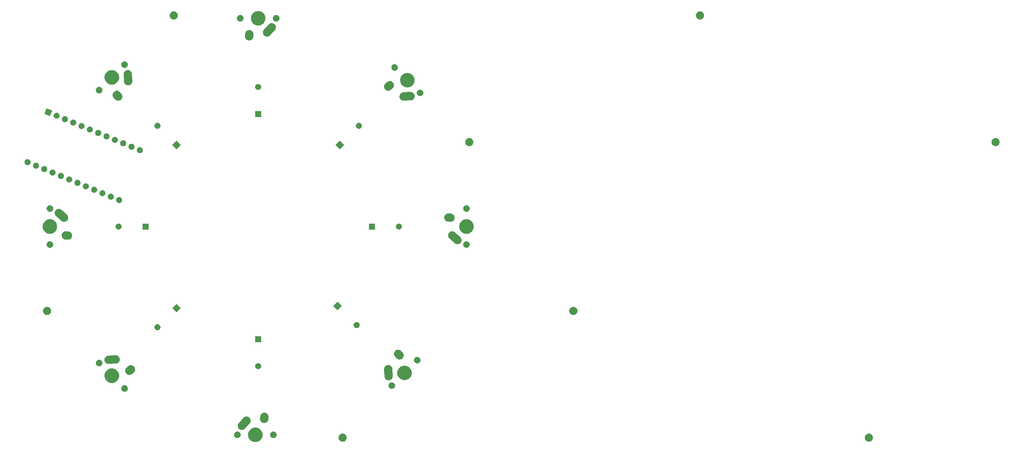
<source format=gbr>
G04 #@! TF.GenerationSoftware,KiCad,Pcbnew,(5.1.5)-3*
G04 #@! TF.CreationDate,2020-04-04T14:42:27-04:00*
G04 #@! TF.ProjectId,OctoPad,4f63746f-5061-4642-9e6b-696361645f70,rev?*
G04 #@! TF.SameCoordinates,Original*
G04 #@! TF.FileFunction,Soldermask,Bot*
G04 #@! TF.FilePolarity,Negative*
%FSLAX46Y46*%
G04 Gerber Fmt 4.6, Leading zero omitted, Abs format (unit mm)*
G04 Created by KiCad (PCBNEW (5.1.5)-3) date 2020-04-04 14:42:27*
%MOMM*%
%LPD*%
G04 APERTURE LIST*
%ADD10C,0.100000*%
G04 APERTURE END LIST*
D10*
G36*
X159346474Y-171071184D02*
G01*
X159564474Y-171161483D01*
X159718623Y-171225333D01*
X160053548Y-171449123D01*
X160338377Y-171733952D01*
X160562167Y-172068877D01*
X160594562Y-172147086D01*
X160716316Y-172441026D01*
X160794900Y-172836094D01*
X160794900Y-173238906D01*
X160716316Y-173633974D01*
X160665451Y-173756772D01*
X160562167Y-174006123D01*
X160338377Y-174341048D01*
X160053548Y-174625877D01*
X159718623Y-174849667D01*
X159564474Y-174913517D01*
X159346474Y-175003816D01*
X158951406Y-175082400D01*
X158548594Y-175082400D01*
X158153526Y-175003816D01*
X157935526Y-174913517D01*
X157781377Y-174849667D01*
X157446452Y-174625877D01*
X157161623Y-174341048D01*
X156937833Y-174006123D01*
X156834549Y-173756772D01*
X156783684Y-173633974D01*
X156705100Y-173238906D01*
X156705100Y-172836094D01*
X156783684Y-172441026D01*
X156905438Y-172147086D01*
X156937833Y-172068877D01*
X157161623Y-171733952D01*
X157446452Y-171449123D01*
X157781377Y-171225333D01*
X157935526Y-171161483D01*
X158153526Y-171071184D01*
X158548594Y-170992600D01*
X158951406Y-170992600D01*
X159346474Y-171071184D01*
G37*
G36*
X332012049Y-172702366D02*
G01*
X332123234Y-172724482D01*
X332332703Y-172811247D01*
X332521220Y-172937210D01*
X332681540Y-173097530D01*
X332776004Y-173238906D01*
X332807504Y-173286049D01*
X332894268Y-173495517D01*
X332938500Y-173717885D01*
X332938500Y-173944615D01*
X332926265Y-174006122D01*
X332894268Y-174166984D01*
X332807503Y-174376453D01*
X332681540Y-174564970D01*
X332521220Y-174725290D01*
X332332703Y-174851253D01*
X332123234Y-174938018D01*
X332012049Y-174960134D01*
X331900865Y-174982250D01*
X331674135Y-174982250D01*
X331562951Y-174960134D01*
X331451766Y-174938018D01*
X331242297Y-174851253D01*
X331053780Y-174725290D01*
X330893460Y-174564970D01*
X330767497Y-174376453D01*
X330680732Y-174166984D01*
X330648735Y-174006122D01*
X330636500Y-173944615D01*
X330636500Y-173717885D01*
X330680732Y-173495517D01*
X330767496Y-173286049D01*
X330798996Y-173238906D01*
X330893460Y-173097530D01*
X331053780Y-172937210D01*
X331242297Y-172811247D01*
X331451766Y-172724482D01*
X331562951Y-172702366D01*
X331674135Y-172680250D01*
X331900865Y-172680250D01*
X332012049Y-172702366D01*
G37*
G36*
X183580799Y-172702366D02*
G01*
X183691984Y-172724482D01*
X183901453Y-172811247D01*
X184089970Y-172937210D01*
X184250290Y-173097530D01*
X184344754Y-173238906D01*
X184376254Y-173286049D01*
X184463018Y-173495517D01*
X184507250Y-173717885D01*
X184507250Y-173944615D01*
X184495015Y-174006122D01*
X184463018Y-174166984D01*
X184376253Y-174376453D01*
X184250290Y-174564970D01*
X184089970Y-174725290D01*
X183901453Y-174851253D01*
X183691984Y-174938018D01*
X183580799Y-174960134D01*
X183469615Y-174982250D01*
X183242885Y-174982250D01*
X183131701Y-174960134D01*
X183020516Y-174938018D01*
X182811047Y-174851253D01*
X182622530Y-174725290D01*
X182462210Y-174564970D01*
X182336247Y-174376453D01*
X182249482Y-174166984D01*
X182217485Y-174006122D01*
X182205250Y-173944615D01*
X182205250Y-173717885D01*
X182249482Y-173495517D01*
X182336246Y-173286049D01*
X182367746Y-173238906D01*
X182462210Y-173097530D01*
X182622530Y-172937210D01*
X182811047Y-172811247D01*
X183020516Y-172724482D01*
X183131701Y-172702366D01*
X183242885Y-172680250D01*
X183469615Y-172680250D01*
X183580799Y-172702366D01*
G37*
G36*
X164100104Y-172147085D02*
G01*
X164268626Y-172216889D01*
X164420291Y-172318228D01*
X164549272Y-172447209D01*
X164650611Y-172598874D01*
X164720415Y-172767396D01*
X164756000Y-172946297D01*
X164756000Y-173128703D01*
X164720415Y-173307604D01*
X164650611Y-173476126D01*
X164549272Y-173627791D01*
X164420291Y-173756772D01*
X164268626Y-173858111D01*
X164100104Y-173927915D01*
X163921203Y-173963500D01*
X163738797Y-173963500D01*
X163559896Y-173927915D01*
X163391374Y-173858111D01*
X163239709Y-173756772D01*
X163110728Y-173627791D01*
X163009389Y-173476126D01*
X162939585Y-173307604D01*
X162904000Y-173128703D01*
X162904000Y-172946297D01*
X162939585Y-172767396D01*
X163009389Y-172598874D01*
X163110728Y-172447209D01*
X163239709Y-172318228D01*
X163391374Y-172216889D01*
X163559896Y-172147085D01*
X163738797Y-172111500D01*
X163921203Y-172111500D01*
X164100104Y-172147085D01*
G37*
G36*
X153940104Y-172147085D02*
G01*
X154108626Y-172216889D01*
X154260291Y-172318228D01*
X154389272Y-172447209D01*
X154490611Y-172598874D01*
X154560415Y-172767396D01*
X154596000Y-172946297D01*
X154596000Y-173128703D01*
X154560415Y-173307604D01*
X154490611Y-173476126D01*
X154389272Y-173627791D01*
X154260291Y-173756772D01*
X154108626Y-173858111D01*
X153940104Y-173927915D01*
X153761203Y-173963500D01*
X153578797Y-173963500D01*
X153399896Y-173927915D01*
X153231374Y-173858111D01*
X153079709Y-173756772D01*
X152950728Y-173627791D01*
X152849389Y-173476126D01*
X152779585Y-173307604D01*
X152744000Y-173128703D01*
X152744000Y-172946297D01*
X152779585Y-172767396D01*
X152849389Y-172598874D01*
X152950728Y-172447209D01*
X153079709Y-172318228D01*
X153231374Y-172216889D01*
X153399896Y-172147085D01*
X153578797Y-172111500D01*
X153761203Y-172111500D01*
X153940104Y-172147085D01*
G37*
G36*
X156273205Y-167861381D02*
G01*
X156278645Y-167861500D01*
X156365828Y-167861500D01*
X156382097Y-167864736D01*
X156400956Y-167867015D01*
X156417532Y-167867746D01*
X156502223Y-167888510D01*
X156507518Y-167889684D01*
X156593027Y-167906693D01*
X156608362Y-167913045D01*
X156626401Y-167918955D01*
X156642521Y-167922907D01*
X156721504Y-167959780D01*
X156726494Y-167961977D01*
X156807045Y-167995342D01*
X156820841Y-168004560D01*
X156837393Y-168013882D01*
X156852426Y-168020900D01*
X156922694Y-168072471D01*
X156927192Y-168075622D01*
X156999656Y-168124041D01*
X157011383Y-168135768D01*
X157025809Y-168148148D01*
X157039179Y-168157961D01*
X157039180Y-168157962D01*
X157098021Y-168222233D01*
X157101829Y-168226214D01*
X157163459Y-168287844D01*
X157172674Y-168301635D01*
X157184396Y-168316578D01*
X157195605Y-168328821D01*
X157240799Y-168403374D01*
X157243746Y-168408001D01*
X157292158Y-168480455D01*
X157298505Y-168495777D01*
X157307092Y-168512731D01*
X157315691Y-168526917D01*
X157345478Y-168608868D01*
X157347452Y-168613948D01*
X157380807Y-168694473D01*
X157380807Y-168694474D01*
X157384041Y-168710733D01*
X157389158Y-168729042D01*
X157394825Y-168744634D01*
X157408055Y-168830845D01*
X157409001Y-168836213D01*
X157426000Y-168921673D01*
X157426000Y-168938252D01*
X157427444Y-168957192D01*
X157429963Y-168973604D01*
X157426120Y-169060749D01*
X157426000Y-169066189D01*
X157426000Y-169153325D01*
X157422766Y-169169583D01*
X157420488Y-169188441D01*
X157419756Y-169205031D01*
X157398988Y-169289737D01*
X157397812Y-169295037D01*
X157380807Y-169380527D01*
X157374457Y-169395857D01*
X157368549Y-169413893D01*
X157364595Y-169430020D01*
X157327711Y-169509026D01*
X157325511Y-169514023D01*
X157292158Y-169594545D01*
X157282944Y-169608335D01*
X157273622Y-169624887D01*
X157266602Y-169639924D01*
X157215011Y-169710220D01*
X157211866Y-169714710D01*
X157163461Y-169787154D01*
X157106460Y-169844155D01*
X157101811Y-169849063D01*
X156670311Y-170329970D01*
X155776723Y-171325876D01*
X155648679Y-171443102D01*
X155549631Y-171503145D01*
X155450583Y-171563189D01*
X155232866Y-171642323D01*
X155003895Y-171677461D01*
X154772470Y-171667254D01*
X154547481Y-171612093D01*
X154442727Y-171563189D01*
X154337579Y-171514102D01*
X154240838Y-171443102D01*
X154150823Y-171377039D01*
X154076394Y-171295741D01*
X153994398Y-171206179D01*
X153912564Y-171071185D01*
X153874311Y-171008083D01*
X153795177Y-170790366D01*
X153760039Y-170561395D01*
X153770246Y-170329970D01*
X153825407Y-170104981D01*
X153876972Y-169994528D01*
X153923398Y-169895080D01*
X153923400Y-169895077D01*
X154026114Y-169755122D01*
X154781245Y-168913527D01*
X155312787Y-168321121D01*
X155323681Y-168307089D01*
X155336539Y-168287846D01*
X155393573Y-168230812D01*
X155398223Y-168225903D01*
X155413278Y-168209124D01*
X155434701Y-168189511D01*
X155438682Y-168185703D01*
X155500346Y-168124039D01*
X155514143Y-168114820D01*
X155529102Y-168103085D01*
X155541321Y-168091898D01*
X155573385Y-168072461D01*
X155615830Y-168046731D01*
X155620421Y-168043808D01*
X155692955Y-167995342D01*
X155708300Y-167988986D01*
X155725248Y-167980401D01*
X155739416Y-167971812D01*
X155739417Y-167971812D01*
X155739418Y-167971811D01*
X155821312Y-167942045D01*
X155826410Y-167940063D01*
X155906973Y-167906693D01*
X155923252Y-167903455D01*
X155941542Y-167898344D01*
X155957135Y-167892677D01*
X156043300Y-167879454D01*
X156048663Y-167878509D01*
X156134173Y-167861500D01*
X156150766Y-167861500D01*
X156169709Y-167860055D01*
X156186106Y-167857539D01*
X156273205Y-167861381D01*
G37*
G36*
X161378127Y-166779761D02*
G01*
X161398900Y-166781500D01*
X161405827Y-166781500D01*
X161500754Y-166800382D01*
X161504348Y-166801042D01*
X161599730Y-166817124D01*
X161606203Y-166819585D01*
X161626228Y-166825341D01*
X161633027Y-166826693D01*
X161695414Y-166852534D01*
X161722443Y-166863730D01*
X161725844Y-166865081D01*
X161816255Y-166899461D01*
X161822127Y-166903140D01*
X161840636Y-166912687D01*
X161847045Y-166915342D01*
X161927563Y-166969142D01*
X161930554Y-166971078D01*
X162012557Y-167022459D01*
X162017584Y-167027200D01*
X162033896Y-167040191D01*
X162039652Y-167044037D01*
X162108110Y-167112495D01*
X162110689Y-167114999D01*
X162181090Y-167181389D01*
X162185095Y-167187019D01*
X162198559Y-167202944D01*
X162203459Y-167207844D01*
X162257244Y-167288339D01*
X162259291Y-167291307D01*
X162315380Y-167370145D01*
X162318214Y-167376458D01*
X162328308Y-167394693D01*
X162332158Y-167400455D01*
X162369220Y-167489930D01*
X162370624Y-167493185D01*
X162410265Y-167581473D01*
X162411815Y-167588225D01*
X162418152Y-167608062D01*
X162420807Y-167614473D01*
X162439692Y-167709417D01*
X162440438Y-167712901D01*
X162462098Y-167807251D01*
X162462098Y-167807254D01*
X162462300Y-167814154D01*
X162464647Y-167834870D01*
X162466000Y-167841674D01*
X162466000Y-167938486D01*
X162466053Y-167942084D01*
X162467188Y-167980777D01*
X162466295Y-167993725D01*
X162466000Y-168002297D01*
X162466000Y-168073326D01*
X162460081Y-168103085D01*
X162459604Y-168105479D01*
X162457500Y-168121250D01*
X162419238Y-168676045D01*
X162390376Y-168847230D01*
X162308038Y-169063755D01*
X162185041Y-169260057D01*
X162026111Y-169428590D01*
X161837355Y-169562880D01*
X161626027Y-169657765D01*
X161400249Y-169709598D01*
X161168698Y-169716389D01*
X161168697Y-169716389D01*
X161123012Y-169708686D01*
X160940270Y-169677876D01*
X160723745Y-169595538D01*
X160527443Y-169472541D01*
X160358910Y-169313611D01*
X160224620Y-169124855D01*
X160129735Y-168913527D01*
X160077902Y-168687749D01*
X160072812Y-168514223D01*
X160113704Y-167921294D01*
X160114000Y-167912696D01*
X160114000Y-167841675D01*
X160132882Y-167746750D01*
X160133544Y-167743145D01*
X160139231Y-167709417D01*
X160149624Y-167647770D01*
X160152085Y-167641299D01*
X160157842Y-167621267D01*
X160159193Y-167614474D01*
X160161843Y-167608076D01*
X160196264Y-167524976D01*
X160197553Y-167521730D01*
X160231962Y-167431245D01*
X160235636Y-167425381D01*
X160245187Y-167406865D01*
X160247842Y-167400455D01*
X160301657Y-167319915D01*
X160303577Y-167316949D01*
X160354959Y-167234943D01*
X160359711Y-167229904D01*
X160372689Y-167213607D01*
X160376537Y-167207848D01*
X160444993Y-167139392D01*
X160447546Y-167136762D01*
X160468023Y-167115048D01*
X160513889Y-167066410D01*
X160519521Y-167062403D01*
X160535447Y-167048938D01*
X160540346Y-167044039D01*
X160620824Y-166990266D01*
X160623806Y-166988210D01*
X160702645Y-166932120D01*
X160708955Y-166929287D01*
X160727194Y-166919191D01*
X160732951Y-166915344D01*
X160732954Y-166915343D01*
X160732955Y-166915342D01*
X160822429Y-166878281D01*
X160825687Y-166876875D01*
X160913973Y-166837235D01*
X160920725Y-166835685D01*
X160940562Y-166829348D01*
X160946973Y-166826693D01*
X161041899Y-166807811D01*
X161045446Y-166807051D01*
X161139751Y-166785401D01*
X161142130Y-166785331D01*
X161146665Y-166785198D01*
X161167381Y-166782851D01*
X161174174Y-166781500D01*
X161270959Y-166781500D01*
X161274584Y-166781447D01*
X161371302Y-166778610D01*
X161378127Y-166779761D01*
G37*
G36*
X122130956Y-159070437D02*
G01*
X122299478Y-159140241D01*
X122451143Y-159241580D01*
X122580124Y-159370561D01*
X122681463Y-159522226D01*
X122751267Y-159690748D01*
X122786852Y-159869649D01*
X122786852Y-160052055D01*
X122751267Y-160230956D01*
X122681463Y-160399478D01*
X122580124Y-160551143D01*
X122451143Y-160680124D01*
X122299478Y-160781463D01*
X122130956Y-160851267D01*
X121952055Y-160886852D01*
X121769649Y-160886852D01*
X121590748Y-160851267D01*
X121422226Y-160781463D01*
X121270561Y-160680124D01*
X121141580Y-160551143D01*
X121040241Y-160399478D01*
X120970437Y-160230956D01*
X120934852Y-160052055D01*
X120934852Y-159869649D01*
X120970437Y-159690748D01*
X121040241Y-159522226D01*
X121141580Y-159370561D01*
X121270561Y-159241580D01*
X121422226Y-159140241D01*
X121590748Y-159070437D01*
X121769649Y-159034852D01*
X121952055Y-159034852D01*
X122130956Y-159070437D01*
G37*
G36*
X197496752Y-158276687D02*
G01*
X197665274Y-158346491D01*
X197816939Y-158447830D01*
X197945920Y-158576811D01*
X198047259Y-158728476D01*
X198117063Y-158896998D01*
X198152648Y-159075899D01*
X198152648Y-159258305D01*
X198117063Y-159437206D01*
X198047259Y-159605728D01*
X197945920Y-159757393D01*
X197816939Y-159886374D01*
X197665274Y-159987713D01*
X197496752Y-160057517D01*
X197317851Y-160093102D01*
X197135445Y-160093102D01*
X196956544Y-160057517D01*
X196788022Y-159987713D01*
X196636357Y-159886374D01*
X196507376Y-159757393D01*
X196406037Y-159605728D01*
X196336233Y-159437206D01*
X196300648Y-159258305D01*
X196300648Y-159075899D01*
X196336233Y-158896998D01*
X196406037Y-158728476D01*
X196507376Y-158576811D01*
X196636357Y-158447830D01*
X196788022Y-158346491D01*
X196956544Y-158276687D01*
X197135445Y-158241102D01*
X197317851Y-158241102D01*
X197496752Y-158276687D01*
G37*
G36*
X118865224Y-154402434D02*
G01*
X119072510Y-154488295D01*
X119237373Y-154556583D01*
X119572298Y-154780373D01*
X119857127Y-155065202D01*
X120080917Y-155400127D01*
X120095742Y-155435918D01*
X120235066Y-155772276D01*
X120313650Y-156167344D01*
X120313650Y-156570156D01*
X120235066Y-156965224D01*
X120189409Y-157075450D01*
X120080917Y-157337373D01*
X119857127Y-157672298D01*
X119572298Y-157957127D01*
X119237373Y-158180917D01*
X119092073Y-158241102D01*
X118865224Y-158335066D01*
X118470156Y-158413650D01*
X118067344Y-158413650D01*
X117672276Y-158335066D01*
X117445427Y-158241102D01*
X117300127Y-158180917D01*
X116965202Y-157957127D01*
X116680373Y-157672298D01*
X116456583Y-157337373D01*
X116348091Y-157075450D01*
X116302434Y-156965224D01*
X116223850Y-156570156D01*
X116223850Y-156167344D01*
X116302434Y-155772276D01*
X116441758Y-155435918D01*
X116456583Y-155400127D01*
X116680373Y-155065202D01*
X116965202Y-154780373D01*
X117300127Y-154556583D01*
X117464990Y-154488295D01*
X117672276Y-154402434D01*
X118067344Y-154323850D01*
X118470156Y-154323850D01*
X118865224Y-154402434D01*
G37*
G36*
X196245745Y-153338220D02*
G01*
X196251202Y-153338340D01*
X196338384Y-153338340D01*
X196354653Y-153341576D01*
X196373524Y-153343856D01*
X196390088Y-153344587D01*
X196474752Y-153365344D01*
X196480074Y-153366524D01*
X196565583Y-153383533D01*
X196580918Y-153389885D01*
X196598958Y-153395795D01*
X196615077Y-153399747D01*
X196694058Y-153436619D01*
X196699046Y-153438815D01*
X196779601Y-153472182D01*
X196793403Y-153481404D01*
X196809952Y-153490723D01*
X196824982Y-153497740D01*
X196895244Y-153549307D01*
X196899744Y-153552459D01*
X196972210Y-153600879D01*
X196983937Y-153612606D01*
X196998367Y-153624990D01*
X197011735Y-153634801D01*
X197070598Y-153699095D01*
X197074388Y-153703057D01*
X197136017Y-153764686D01*
X197145230Y-153778474D01*
X197156957Y-153793424D01*
X197168161Y-153805662D01*
X197213368Y-153880235D01*
X197216295Y-153884831D01*
X197264714Y-153957295D01*
X197271058Y-153972612D01*
X197279646Y-153989567D01*
X197288248Y-154003757D01*
X197318047Y-154085744D01*
X197320004Y-154090777D01*
X197353363Y-154171313D01*
X197353363Y-154171315D01*
X197356597Y-154187573D01*
X197361709Y-154205868D01*
X197367381Y-154221474D01*
X197380611Y-154307685D01*
X197381556Y-154313047D01*
X197388271Y-154346810D01*
X197398556Y-154398514D01*
X197398556Y-154479110D01*
X197398739Y-154485869D01*
X197506025Y-156467112D01*
X197506025Y-156467124D01*
X197498375Y-156640557D01*
X197443215Y-156865546D01*
X197345222Y-157075450D01*
X197280691Y-157163377D01*
X197208164Y-157262200D01*
X197208161Y-157262203D01*
X197037300Y-157418629D01*
X196839205Y-157538716D01*
X196704662Y-157587618D01*
X196621492Y-157617848D01*
X196621490Y-157617848D01*
X196621488Y-157617849D01*
X196392517Y-157652987D01*
X196161092Y-157642780D01*
X195936103Y-157587620D01*
X195726198Y-157489626D01*
X195539445Y-157352566D01*
X195383019Y-157181705D01*
X195262932Y-156983609D01*
X195183799Y-156765892D01*
X195157467Y-156594300D01*
X195157466Y-156594287D01*
X195053291Y-154670498D01*
X195051072Y-154652871D01*
X195046556Y-154630167D01*
X195046556Y-154549499D01*
X195046373Y-154542740D01*
X195045155Y-154520254D01*
X195045155Y-154520241D01*
X195046436Y-154491203D01*
X195046556Y-154485734D01*
X195046556Y-154398515D01*
X195049795Y-154382232D01*
X195052075Y-154363361D01*
X195052805Y-154346810D01*
X195073544Y-154262218D01*
X195074731Y-154256869D01*
X195081414Y-154223269D01*
X195091749Y-154171313D01*
X195098106Y-154155966D01*
X195104021Y-154137909D01*
X195107965Y-154121821D01*
X195144815Y-154042886D01*
X195147005Y-154037913D01*
X195180398Y-153957295D01*
X195189630Y-153943479D01*
X195198945Y-153926937D01*
X195205958Y-153911916D01*
X195257512Y-153841671D01*
X195260640Y-153837205D01*
X195309095Y-153764686D01*
X195320835Y-153752946D01*
X195333219Y-153738516D01*
X195343018Y-153725164D01*
X195353762Y-153715328D01*
X195407267Y-153666343D01*
X195411227Y-153662554D01*
X195472899Y-153600882D01*
X195478321Y-153597259D01*
X195486709Y-153591654D01*
X195501659Y-153579925D01*
X195513880Y-153568737D01*
X195588387Y-153523570D01*
X195592969Y-153520653D01*
X195665511Y-153472182D01*
X195680851Y-153465828D01*
X195697794Y-153457246D01*
X195711975Y-153448650D01*
X195793892Y-153418876D01*
X195798953Y-153416909D01*
X195879529Y-153383533D01*
X195895811Y-153380294D01*
X195914100Y-153375184D01*
X195929692Y-153369517D01*
X196015862Y-153356293D01*
X196021198Y-153355353D01*
X196106730Y-153338340D01*
X196123323Y-153338340D01*
X196142266Y-153336895D01*
X196158663Y-153334379D01*
X196245745Y-153338220D01*
G37*
G36*
X201415224Y-153608684D02*
G01*
X201556163Y-153667063D01*
X201787373Y-153762833D01*
X202122298Y-153986623D01*
X202407127Y-154271452D01*
X202630917Y-154606377D01*
X202664944Y-154688526D01*
X202785066Y-154978526D01*
X202863650Y-155373594D01*
X202863650Y-155776406D01*
X202785066Y-156171474D01*
X202694767Y-156389474D01*
X202630917Y-156543623D01*
X202407127Y-156878548D01*
X202122298Y-157163377D01*
X201787373Y-157387167D01*
X201633224Y-157451017D01*
X201415224Y-157541316D01*
X201020156Y-157619900D01*
X200617344Y-157619900D01*
X200222276Y-157541316D01*
X200004276Y-157451017D01*
X199850127Y-157387167D01*
X199515202Y-157163377D01*
X199230373Y-156878548D01*
X199006583Y-156543623D01*
X198942733Y-156389474D01*
X198852434Y-156171474D01*
X198773850Y-155776406D01*
X198773850Y-155373594D01*
X198852434Y-154978526D01*
X198972556Y-154688526D01*
X199006583Y-154606377D01*
X199230373Y-154271452D01*
X199515202Y-153986623D01*
X199850127Y-153762833D01*
X200081337Y-153667063D01*
X200222276Y-153608684D01*
X200617344Y-153530100D01*
X201020156Y-153530100D01*
X201415224Y-153608684D01*
G37*
G36*
X123745026Y-153394959D02*
G01*
X123765808Y-153396699D01*
X123772731Y-153396699D01*
X123867633Y-153415576D01*
X123871237Y-153416238D01*
X123966632Y-153432322D01*
X123973100Y-153434782D01*
X123993137Y-153440541D01*
X123999931Y-153441892D01*
X124089364Y-153478936D01*
X124092690Y-153480257D01*
X124183157Y-153514659D01*
X124183161Y-153514661D01*
X124189021Y-153518333D01*
X124207550Y-153527890D01*
X124213949Y-153530541D01*
X124246751Y-153552459D01*
X124294429Y-153584316D01*
X124297488Y-153586296D01*
X124379459Y-153637657D01*
X124384485Y-153642397D01*
X124400797Y-153655388D01*
X124406556Y-153659236D01*
X124475020Y-153727700D01*
X124477612Y-153730216D01*
X124547993Y-153796586D01*
X124552005Y-153802225D01*
X124565462Y-153818142D01*
X124570363Y-153823043D01*
X124611649Y-153884831D01*
X124624146Y-153903535D01*
X124626180Y-153906486D01*
X124682282Y-153985342D01*
X124682284Y-153985347D01*
X124685114Y-153991649D01*
X124695211Y-154009890D01*
X124699060Y-154015650D01*
X124699061Y-154015653D01*
X124699062Y-154015654D01*
X124736128Y-154105139D01*
X124737537Y-154108404D01*
X124777168Y-154196670D01*
X124778718Y-154203423D01*
X124785055Y-154223261D01*
X124787711Y-154229672D01*
X124803218Y-154307630D01*
X124806602Y-154324644D01*
X124807341Y-154328098D01*
X124829002Y-154422448D01*
X124829205Y-154429364D01*
X124831550Y-154450067D01*
X124832904Y-154456873D01*
X124832904Y-154553705D01*
X124832957Y-154557300D01*
X124835793Y-154654000D01*
X124834643Y-154660819D01*
X124832904Y-154681592D01*
X124832904Y-154688526D01*
X124814014Y-154783492D01*
X124813357Y-154787069D01*
X124797279Y-154882428D01*
X124794820Y-154888893D01*
X124789066Y-154908914D01*
X124787711Y-154915726D01*
X124750638Y-155005229D01*
X124749329Y-155008524D01*
X124714942Y-155098952D01*
X124714940Y-155098955D01*
X124711275Y-155104804D01*
X124701720Y-155123328D01*
X124699062Y-155129744D01*
X124645228Y-155210312D01*
X124643306Y-155213283D01*
X124591945Y-155295254D01*
X124587202Y-155300284D01*
X124574217Y-155316588D01*
X124570365Y-155322353D01*
X124501871Y-155390847D01*
X124499318Y-155393477D01*
X124472841Y-155421554D01*
X124463091Y-155430046D01*
X124456800Y-155435918D01*
X124406560Y-155486158D01*
X124379292Y-155504378D01*
X124366641Y-155514052D01*
X123947316Y-155879271D01*
X123947311Y-155879275D01*
X123947307Y-155879278D01*
X123805853Y-155979915D01*
X123594525Y-156074800D01*
X123368746Y-156126634D01*
X123137196Y-156133425D01*
X123137195Y-156133425D01*
X123091510Y-156125722D01*
X122908768Y-156094912D01*
X122692243Y-156012575D01*
X122495941Y-155889577D01*
X122327407Y-155730647D01*
X122193118Y-155541892D01*
X122098233Y-155330564D01*
X122046399Y-155104785D01*
X122039608Y-154873235D01*
X122078121Y-154644807D01*
X122160458Y-154428282D01*
X122283456Y-154231980D01*
X122372173Y-154137902D01*
X122402564Y-154105674D01*
X122850740Y-153715328D01*
X122857031Y-153709457D01*
X122907250Y-153659238D01*
X122970905Y-153616705D01*
X122987718Y-153605471D01*
X122990675Y-153603432D01*
X123069548Y-153547319D01*
X123075864Y-153544483D01*
X123094105Y-153534386D01*
X123099859Y-153530541D01*
X123189319Y-153493486D01*
X123192549Y-153492092D01*
X123280874Y-153452434D01*
X123287625Y-153450884D01*
X123307482Y-153444541D01*
X123313876Y-153441892D01*
X123348691Y-153434967D01*
X123408802Y-153423010D01*
X123412308Y-153422259D01*
X123506653Y-153400599D01*
X123513579Y-153400396D01*
X123534285Y-153398050D01*
X123541078Y-153396699D01*
X123637841Y-153396699D01*
X123641478Y-153396645D01*
X123738205Y-153393809D01*
X123745026Y-153394959D01*
G37*
G36*
X159791978Y-152851703D02*
G01*
X159946850Y-152915853D01*
X160086231Y-153008985D01*
X160204765Y-153127519D01*
X160297897Y-153266900D01*
X160362047Y-153421772D01*
X160394750Y-153586184D01*
X160394750Y-153753816D01*
X160362047Y-153918228D01*
X160297897Y-154073100D01*
X160204765Y-154212481D01*
X160086231Y-154331015D01*
X159946850Y-154424147D01*
X159791978Y-154488297D01*
X159627566Y-154521000D01*
X159459934Y-154521000D01*
X159295522Y-154488297D01*
X159140650Y-154424147D01*
X159001269Y-154331015D01*
X158882735Y-154212481D01*
X158789603Y-154073100D01*
X158725453Y-153918228D01*
X158692750Y-153753816D01*
X158692750Y-153586184D01*
X158725453Y-153421772D01*
X158789603Y-153266900D01*
X158882735Y-153127519D01*
X159001269Y-153008985D01*
X159140650Y-152915853D01*
X159295522Y-152851703D01*
X159459934Y-152819000D01*
X159627566Y-152819000D01*
X159791978Y-152851703D01*
G37*
G36*
X114946752Y-151886233D02*
G01*
X115115274Y-151956037D01*
X115266939Y-152057376D01*
X115395920Y-152186357D01*
X115497259Y-152338022D01*
X115567063Y-152506544D01*
X115602648Y-152685445D01*
X115602648Y-152867851D01*
X115567063Y-153046752D01*
X115497259Y-153215274D01*
X115395920Y-153366939D01*
X115266939Y-153495920D01*
X115115274Y-153597259D01*
X114946752Y-153667063D01*
X114767851Y-153702648D01*
X114585445Y-153702648D01*
X114406544Y-153667063D01*
X114238022Y-153597259D01*
X114086357Y-153495920D01*
X113957376Y-153366939D01*
X113856037Y-153215274D01*
X113786233Y-153046752D01*
X113750648Y-152867851D01*
X113750648Y-152685445D01*
X113786233Y-152506544D01*
X113856037Y-152338022D01*
X113957376Y-152186357D01*
X114086357Y-152057376D01*
X114238022Y-151956037D01*
X114406544Y-151886233D01*
X114585445Y-151850648D01*
X114767851Y-151850648D01*
X114946752Y-151886233D01*
G37*
G36*
X119352545Y-150596436D02*
G01*
X119358017Y-150596556D01*
X119445236Y-150596556D01*
X119461522Y-150599795D01*
X119480389Y-150602075D01*
X119496941Y-150602805D01*
X119581528Y-150623543D01*
X119586887Y-150624732D01*
X119672437Y-150641749D01*
X119687792Y-150648109D01*
X119705830Y-150654018D01*
X119721930Y-150657965D01*
X119800851Y-150694809D01*
X119805845Y-150697008D01*
X119886455Y-150730398D01*
X119900271Y-150739630D01*
X119916812Y-150748945D01*
X119931834Y-150755958D01*
X120002079Y-150807512D01*
X120006545Y-150810640D01*
X120079064Y-150859095D01*
X120090804Y-150870835D01*
X120105234Y-150883219D01*
X120118587Y-150893019D01*
X120177407Y-150957267D01*
X120181196Y-150961227D01*
X120242869Y-151022900D01*
X120252096Y-151036709D01*
X120263825Y-151051659D01*
X120275013Y-151063880D01*
X120320180Y-151138387D01*
X120323097Y-151142969D01*
X120371568Y-151215511D01*
X120377922Y-151230851D01*
X120386504Y-151247794D01*
X120395100Y-151261975D01*
X120415337Y-151317653D01*
X120424856Y-151343843D01*
X120426840Y-151348949D01*
X120460217Y-151429529D01*
X120462537Y-151441191D01*
X120463453Y-151445800D01*
X120468568Y-151464105D01*
X120474233Y-151479692D01*
X120487452Y-151565831D01*
X120488403Y-151571229D01*
X120505410Y-151656729D01*
X120505410Y-151673322D01*
X120506855Y-151692267D01*
X120509371Y-151708663D01*
X120505530Y-151795753D01*
X120505410Y-151801210D01*
X120505410Y-151888384D01*
X120502175Y-151904648D01*
X120499895Y-151923518D01*
X120499164Y-151940088D01*
X120478408Y-152024748D01*
X120477220Y-152030103D01*
X120460217Y-152115583D01*
X120453867Y-152130914D01*
X120447957Y-152148955D01*
X120444004Y-152165077D01*
X120407126Y-152244071D01*
X120404930Y-152249057D01*
X120371568Y-152329601D01*
X120362346Y-152343403D01*
X120353031Y-152359944D01*
X120346010Y-152374982D01*
X120294436Y-152445255D01*
X120291291Y-152449744D01*
X120242871Y-152522210D01*
X120231144Y-152533937D01*
X120218766Y-152548360D01*
X120208950Y-152561735D01*
X120144637Y-152620615D01*
X120140689Y-152624392D01*
X120079064Y-152686017D01*
X120065279Y-152695228D01*
X120050330Y-152706954D01*
X120038089Y-152718161D01*
X119963509Y-152763372D01*
X119958913Y-152766299D01*
X119886455Y-152814714D01*
X119871127Y-152821063D01*
X119854188Y-152829643D01*
X119839993Y-152838248D01*
X119758000Y-152868050D01*
X119752980Y-152870001D01*
X119672437Y-152903363D01*
X119656173Y-152906598D01*
X119637869Y-152911713D01*
X119622276Y-152917381D01*
X119536065Y-152930611D01*
X119530718Y-152931553D01*
X119445236Y-152948556D01*
X119364640Y-152948556D01*
X119357881Y-152948739D01*
X117376638Y-153056025D01*
X117376625Y-153056025D01*
X117203194Y-153048375D01*
X116978205Y-152993215D01*
X116768300Y-152895222D01*
X116592635Y-152766299D01*
X116581550Y-152758164D01*
X116581547Y-152758161D01*
X116425121Y-152587300D01*
X116305034Y-152389205D01*
X116225901Y-152171488D01*
X116190763Y-151942517D01*
X116200971Y-151711092D01*
X116256131Y-151486103D01*
X116354124Y-151276198D01*
X116455294Y-151138348D01*
X116491182Y-151089448D01*
X116491185Y-151089445D01*
X116662046Y-150933019D01*
X116860141Y-150812932D01*
X117077858Y-150733799D01*
X117249450Y-150707467D01*
X117249460Y-150707466D01*
X117249463Y-150707466D01*
X119173252Y-150603291D01*
X119190879Y-150601072D01*
X119213583Y-150596556D01*
X119294251Y-150596556D01*
X119301010Y-150596373D01*
X119323496Y-150595155D01*
X119323508Y-150595155D01*
X119352545Y-150596436D01*
G37*
G36*
X204680956Y-151092483D02*
G01*
X204849478Y-151162287D01*
X205001143Y-151263626D01*
X205130124Y-151392607D01*
X205231463Y-151544272D01*
X205301267Y-151712794D01*
X205336852Y-151891695D01*
X205336852Y-152074101D01*
X205301267Y-152253002D01*
X205231463Y-152421524D01*
X205130124Y-152573189D01*
X205001143Y-152702170D01*
X204849478Y-152803509D01*
X204680956Y-152873313D01*
X204502055Y-152908898D01*
X204319649Y-152908898D01*
X204140748Y-152873313D01*
X203972226Y-152803509D01*
X203820561Y-152702170D01*
X203691580Y-152573189D01*
X203590241Y-152421524D01*
X203520437Y-152253002D01*
X203484852Y-152074101D01*
X203484852Y-151891695D01*
X203520437Y-151712794D01*
X203590241Y-151544272D01*
X203691580Y-151392607D01*
X203820561Y-151263626D01*
X203972226Y-151162287D01*
X204140748Y-151092483D01*
X204319649Y-151056898D01*
X204502055Y-151056898D01*
X204680956Y-151092483D01*
G37*
G36*
X199110809Y-149009106D02*
G01*
X199131591Y-149010846D01*
X199138526Y-149010846D01*
X199233497Y-149029737D01*
X199237101Y-149030399D01*
X199332428Y-149046471D01*
X199338883Y-149048926D01*
X199358918Y-149054685D01*
X199365726Y-149056039D01*
X199455231Y-149093113D01*
X199458566Y-149094437D01*
X199548952Y-149128808D01*
X199554816Y-149132483D01*
X199573323Y-149142029D01*
X199579744Y-149144688D01*
X199579747Y-149144690D01*
X199660283Y-149198502D01*
X199663340Y-149200481D01*
X199745254Y-149251806D01*
X199750277Y-149256543D01*
X199766588Y-149269533D01*
X199772353Y-149273385D01*
X199840847Y-149341879D01*
X199843477Y-149344432D01*
X199871554Y-149370909D01*
X199880046Y-149380659D01*
X199885918Y-149386950D01*
X199936158Y-149437190D01*
X199954378Y-149464458D01*
X199964052Y-149477109D01*
X200329273Y-149896437D01*
X200329278Y-149896443D01*
X200429915Y-150037898D01*
X200524800Y-150249224D01*
X200576635Y-150475003D01*
X200583425Y-150706555D01*
X200544912Y-150934982D01*
X200462575Y-151151507D01*
X200339577Y-151347809D01*
X200180648Y-151516343D01*
X199991892Y-151650632D01*
X199780564Y-151745518D01*
X199554786Y-151797352D01*
X199323234Y-151804143D01*
X199094806Y-151765629D01*
X198878282Y-151683292D01*
X198681980Y-151560295D01*
X198560567Y-151445800D01*
X198555674Y-151441186D01*
X198165322Y-150993004D01*
X198159451Y-150986713D01*
X198109240Y-150936502D01*
X198095312Y-150915657D01*
X198055478Y-150856041D01*
X198053423Y-150853063D01*
X197997319Y-150774203D01*
X197994481Y-150767882D01*
X197984386Y-150749645D01*
X197980542Y-150743893D01*
X197976361Y-150733799D01*
X197943499Y-150654463D01*
X197942058Y-150651125D01*
X197902434Y-150562875D01*
X197900883Y-150556120D01*
X197894544Y-150536276D01*
X197891892Y-150529873D01*
X197873013Y-150434962D01*
X197872246Y-150431380D01*
X197850600Y-150337096D01*
X197850397Y-150330181D01*
X197848050Y-150309463D01*
X197846699Y-150302671D01*
X197846699Y-150205909D01*
X197846645Y-150202244D01*
X197843809Y-150105545D01*
X197844959Y-150098724D01*
X197846699Y-150077942D01*
X197846699Y-150071019D01*
X197865577Y-149976114D01*
X197866239Y-149972510D01*
X197882322Y-149877119D01*
X197884782Y-149870650D01*
X197890541Y-149850613D01*
X197891892Y-149843819D01*
X197928952Y-149754347D01*
X197930243Y-149751099D01*
X197964659Y-149660593D01*
X197968341Y-149654717D01*
X197977884Y-149636215D01*
X197980541Y-149629801D01*
X198000551Y-149599854D01*
X198034323Y-149549310D01*
X198036314Y-149546234D01*
X198079626Y-149477109D01*
X198087657Y-149464291D01*
X198092399Y-149459262D01*
X198105388Y-149442953D01*
X198109236Y-149437194D01*
X198177700Y-149368730D01*
X198180253Y-149366100D01*
X198203094Y-149341879D01*
X198246587Y-149295757D01*
X198252220Y-149291749D01*
X198268142Y-149278288D01*
X198273043Y-149273387D01*
X198353544Y-149219598D01*
X198356521Y-149217545D01*
X198435342Y-149161468D01*
X198441659Y-149158632D01*
X198459891Y-149148539D01*
X198465654Y-149144688D01*
X198555175Y-149107607D01*
X198558402Y-149106215D01*
X198646670Y-149066583D01*
X198653408Y-149065036D01*
X198673265Y-149058693D01*
X198679672Y-149056039D01*
X198760855Y-149039891D01*
X198774648Y-149037147D01*
X198778208Y-149036385D01*
X198872449Y-149014749D01*
X198879352Y-149014547D01*
X198900067Y-149012200D01*
X198906873Y-149010846D01*
X199003704Y-149010846D01*
X199007369Y-149010792D01*
X199026073Y-149010243D01*
X199103999Y-149007958D01*
X199104000Y-149007958D01*
X199110809Y-149009106D01*
G37*
G36*
X160394750Y-146901000D02*
G01*
X158692750Y-146901000D01*
X158692750Y-145199000D01*
X160394750Y-145199000D01*
X160394750Y-146901000D01*
G37*
G36*
X131385074Y-141888607D02*
G01*
X131539946Y-141952757D01*
X131679327Y-142045889D01*
X131797861Y-142164423D01*
X131890993Y-142303804D01*
X131955143Y-142458676D01*
X131987846Y-142623088D01*
X131987846Y-142790720D01*
X131955143Y-142955132D01*
X131890993Y-143110004D01*
X131797861Y-143249385D01*
X131679327Y-143367919D01*
X131539946Y-143461051D01*
X131385074Y-143525201D01*
X131220662Y-143557904D01*
X131053030Y-143557904D01*
X130888618Y-143525201D01*
X130733746Y-143461051D01*
X130594365Y-143367919D01*
X130475831Y-143249385D01*
X130382699Y-143110004D01*
X130318549Y-142955132D01*
X130285846Y-142790720D01*
X130285846Y-142623088D01*
X130318549Y-142458676D01*
X130382699Y-142303804D01*
X130475831Y-142164423D01*
X130594365Y-142045889D01*
X130733746Y-141952757D01*
X130888618Y-141888607D01*
X131053030Y-141855904D01*
X131220662Y-141855904D01*
X131385074Y-141888607D01*
G37*
G36*
X187573228Y-141262953D02*
G01*
X187728100Y-141327103D01*
X187867481Y-141420235D01*
X187986015Y-141538769D01*
X188079147Y-141678150D01*
X188143297Y-141833022D01*
X188176000Y-141997434D01*
X188176000Y-142165066D01*
X188143297Y-142329478D01*
X188079147Y-142484350D01*
X187986015Y-142623731D01*
X187867481Y-142742265D01*
X187728100Y-142835397D01*
X187573228Y-142899547D01*
X187408816Y-142932250D01*
X187241184Y-142932250D01*
X187076772Y-142899547D01*
X186921900Y-142835397D01*
X186782519Y-142742265D01*
X186663985Y-142623731D01*
X186570853Y-142484350D01*
X186506703Y-142329478D01*
X186474000Y-142165066D01*
X186474000Y-141997434D01*
X186506703Y-141833022D01*
X186570853Y-141678150D01*
X186663985Y-141538769D01*
X186782519Y-141420235D01*
X186921900Y-141327103D01*
X187076772Y-141262953D01*
X187241184Y-141230250D01*
X187408816Y-141230250D01*
X187573228Y-141262953D01*
G37*
G36*
X248668299Y-136983616D02*
G01*
X248779484Y-137005732D01*
X248988953Y-137092497D01*
X249177470Y-137218460D01*
X249337790Y-137378780D01*
X249463753Y-137567297D01*
X249550518Y-137776766D01*
X249594750Y-137999136D01*
X249594750Y-138225864D01*
X249550518Y-138448234D01*
X249463753Y-138657703D01*
X249337790Y-138846220D01*
X249177470Y-139006540D01*
X248988953Y-139132503D01*
X248779484Y-139219268D01*
X248668299Y-139241384D01*
X248557115Y-139263500D01*
X248330385Y-139263500D01*
X248219201Y-139241384D01*
X248108016Y-139219268D01*
X247898547Y-139132503D01*
X247710030Y-139006540D01*
X247549710Y-138846220D01*
X247423747Y-138657703D01*
X247336982Y-138448234D01*
X247292750Y-138225864D01*
X247292750Y-137999136D01*
X247336982Y-137776766D01*
X247423747Y-137567297D01*
X247549710Y-137378780D01*
X247710030Y-137218460D01*
X247898547Y-137092497D01*
X248108016Y-137005732D01*
X248219201Y-136983616D01*
X248330385Y-136961500D01*
X248557115Y-136961500D01*
X248668299Y-136983616D01*
G37*
G36*
X100237049Y-136983616D02*
G01*
X100348234Y-137005732D01*
X100557703Y-137092497D01*
X100746220Y-137218460D01*
X100906540Y-137378780D01*
X101032503Y-137567297D01*
X101119268Y-137776766D01*
X101163500Y-137999136D01*
X101163500Y-138225864D01*
X101119268Y-138448234D01*
X101032503Y-138657703D01*
X100906540Y-138846220D01*
X100746220Y-139006540D01*
X100557703Y-139132503D01*
X100348234Y-139219268D01*
X100237049Y-139241384D01*
X100125865Y-139263500D01*
X99899135Y-139263500D01*
X99787951Y-139241384D01*
X99676766Y-139219268D01*
X99467297Y-139132503D01*
X99278780Y-139006540D01*
X99118460Y-138846220D01*
X98992497Y-138657703D01*
X98905732Y-138448234D01*
X98861500Y-138225864D01*
X98861500Y-137999136D01*
X98905732Y-137776766D01*
X98992497Y-137567297D01*
X99118460Y-137378780D01*
X99278780Y-137218460D01*
X99467297Y-137092497D01*
X99676766Y-137005732D01*
X99787951Y-136983616D01*
X99899135Y-136961500D01*
X100125865Y-136961500D01*
X100237049Y-136983616D01*
G37*
G36*
X137728496Y-137318750D02*
G01*
X136525000Y-138522246D01*
X135321504Y-137318750D01*
X136525000Y-136115254D01*
X137728496Y-137318750D01*
G37*
G36*
X183140342Y-136693096D02*
G01*
X181936846Y-137896592D01*
X180733350Y-136693096D01*
X181936846Y-135489600D01*
X183140342Y-136693096D01*
G37*
G36*
X218551354Y-118489585D02*
G01*
X218719876Y-118559389D01*
X218871541Y-118660728D01*
X219000522Y-118789709D01*
X219101861Y-118941374D01*
X219171665Y-119109896D01*
X219207250Y-119288797D01*
X219207250Y-119471203D01*
X219171665Y-119650104D01*
X219101861Y-119818626D01*
X219000522Y-119970291D01*
X218871541Y-120099272D01*
X218719876Y-120200611D01*
X218551354Y-120270415D01*
X218372453Y-120306000D01*
X218190047Y-120306000D01*
X218011146Y-120270415D01*
X217842624Y-120200611D01*
X217690959Y-120099272D01*
X217561978Y-119970291D01*
X217460639Y-119818626D01*
X217390835Y-119650104D01*
X217355250Y-119471203D01*
X217355250Y-119288797D01*
X217390835Y-119109896D01*
X217460639Y-118941374D01*
X217561978Y-118789709D01*
X217690959Y-118660728D01*
X217842624Y-118559389D01*
X218011146Y-118489585D01*
X218190047Y-118454000D01*
X218372453Y-118454000D01*
X218551354Y-118489585D01*
G37*
G36*
X101076354Y-118489585D02*
G01*
X101244876Y-118559389D01*
X101396541Y-118660728D01*
X101525522Y-118789709D01*
X101626861Y-118941374D01*
X101696665Y-119109896D01*
X101732250Y-119288797D01*
X101732250Y-119471203D01*
X101696665Y-119650104D01*
X101626861Y-119818626D01*
X101525522Y-119970291D01*
X101396541Y-120099272D01*
X101244876Y-120200611D01*
X101076354Y-120270415D01*
X100897453Y-120306000D01*
X100715047Y-120306000D01*
X100536146Y-120270415D01*
X100367624Y-120200611D01*
X100215959Y-120099272D01*
X100086978Y-119970291D01*
X99985639Y-119818626D01*
X99915835Y-119650104D01*
X99880250Y-119471203D01*
X99880250Y-119288797D01*
X99915835Y-119109896D01*
X99985639Y-118941374D01*
X100086978Y-118789709D01*
X100215959Y-118660728D01*
X100367624Y-118559389D01*
X100536146Y-118489585D01*
X100715047Y-118454000D01*
X100897453Y-118454000D01*
X101076354Y-118489585D01*
G37*
G36*
X214304499Y-115623881D02*
G01*
X214309939Y-115624000D01*
X214397076Y-115624000D01*
X214413337Y-115627234D01*
X214432191Y-115629512D01*
X214448780Y-115630244D01*
X214533472Y-115651008D01*
X214538808Y-115652192D01*
X214553804Y-115655175D01*
X214624277Y-115669193D01*
X214639595Y-115675538D01*
X214657654Y-115681454D01*
X214673769Y-115685405D01*
X214752773Y-115722288D01*
X214757753Y-115724480D01*
X214838295Y-115757842D01*
X214838297Y-115757843D01*
X214852077Y-115767051D01*
X214868645Y-115776382D01*
X214883672Y-115783397D01*
X214883674Y-115783398D01*
X214883673Y-115783398D01*
X214953950Y-115834975D01*
X214958448Y-115838126D01*
X215030906Y-115886541D01*
X215087912Y-115943547D01*
X215092806Y-115948183D01*
X215622634Y-116423577D01*
X216569626Y-117273276D01*
X216654746Y-117366251D01*
X216686853Y-117401321D01*
X216806939Y-117599416D01*
X216886073Y-117817133D01*
X216921211Y-118046104D01*
X216911004Y-118277530D01*
X216855843Y-118502519D01*
X216804278Y-118612973D01*
X216757852Y-118712421D01*
X216757850Y-118712423D01*
X216757850Y-118712424D01*
X216620789Y-118899177D01*
X216449929Y-119055603D01*
X216251833Y-119175689D01*
X216034116Y-119254823D01*
X215805146Y-119289961D01*
X215573719Y-119279754D01*
X215348730Y-119224593D01*
X215238277Y-119173028D01*
X215138829Y-119126602D01*
X215138826Y-119126600D01*
X214998872Y-119023886D01*
X213564873Y-117737214D01*
X213550841Y-117726320D01*
X213531596Y-117713461D01*
X213474553Y-117656418D01*
X213469644Y-117651768D01*
X213452874Y-117636721D01*
X213433271Y-117615309D01*
X213429463Y-117611328D01*
X213367791Y-117549656D01*
X213358566Y-117535850D01*
X213346832Y-117520892D01*
X213335646Y-117508674D01*
X213290502Y-117434204D01*
X213287543Y-117429557D01*
X213245246Y-117366255D01*
X213239092Y-117357045D01*
X213232739Y-117341708D01*
X213224149Y-117324747D01*
X213215561Y-117310581D01*
X213185804Y-117228711D01*
X213183814Y-117223591D01*
X213167012Y-117183027D01*
X213150443Y-117143027D01*
X213147205Y-117126748D01*
X213142093Y-117108453D01*
X213136427Y-117092864D01*
X213123206Y-117006715D01*
X213122259Y-117001338D01*
X213105250Y-116915827D01*
X213105250Y-116899233D01*
X213103805Y-116880290D01*
X213101289Y-116863893D01*
X213105130Y-116776794D01*
X213105250Y-116771354D01*
X213105250Y-116684172D01*
X213108486Y-116667903D01*
X213110765Y-116649044D01*
X213111496Y-116632468D01*
X213132260Y-116547777D01*
X213133436Y-116542474D01*
X213150443Y-116456975D01*
X213150443Y-116456973D01*
X213156795Y-116441638D01*
X213162705Y-116423599D01*
X213166657Y-116407479D01*
X213203527Y-116328503D01*
X213205727Y-116323506D01*
X213239092Y-116242955D01*
X213248310Y-116229159D01*
X213257637Y-116212598D01*
X213264650Y-116197575D01*
X213316211Y-116127320D01*
X213319372Y-116122808D01*
X213358741Y-116063889D01*
X213367791Y-116050344D01*
X213379518Y-116038617D01*
X213391902Y-116024187D01*
X213401712Y-116010820D01*
X213465983Y-115951979D01*
X213469964Y-115948171D01*
X213531594Y-115886541D01*
X213545385Y-115877326D01*
X213560343Y-115865592D01*
X213572574Y-115854394D01*
X213624511Y-115822910D01*
X213647109Y-115809211D01*
X213651706Y-115806285D01*
X213724205Y-115757842D01*
X213739528Y-115751495D01*
X213756483Y-115742908D01*
X213770667Y-115734309D01*
X213852592Y-115704532D01*
X213857685Y-115702553D01*
X213938223Y-115669193D01*
X213954487Y-115665958D01*
X213972782Y-115660846D01*
X213988384Y-115655175D01*
X214074592Y-115641945D01*
X214079963Y-115640999D01*
X214165423Y-115624000D01*
X214182002Y-115624000D01*
X214200944Y-115622555D01*
X214217355Y-115620037D01*
X214304499Y-115623881D01*
G37*
G36*
X105922456Y-115663704D02*
G01*
X105931054Y-115664000D01*
X106002076Y-115664000D01*
X106097031Y-115682888D01*
X106100582Y-115683540D01*
X106195980Y-115699624D01*
X106202451Y-115702085D01*
X106222478Y-115707841D01*
X106229277Y-115709193D01*
X106318774Y-115746264D01*
X106322020Y-115747553D01*
X106412505Y-115781962D01*
X106418369Y-115785636D01*
X106436885Y-115795187D01*
X106443295Y-115797842D01*
X106523835Y-115851657D01*
X106526801Y-115853577D01*
X106608807Y-115904959D01*
X106613846Y-115909711D01*
X106630143Y-115922689D01*
X106635902Y-115926537D01*
X106704358Y-115994993D01*
X106706988Y-115997546D01*
X106777339Y-116063888D01*
X106781347Y-116069521D01*
X106794812Y-116085447D01*
X106799711Y-116090346D01*
X106853484Y-116170824D01*
X106855540Y-116173806D01*
X106911630Y-116252645D01*
X106914462Y-116258953D01*
X106924559Y-116277194D01*
X106928406Y-116282951D01*
X106928407Y-116282954D01*
X106928408Y-116282955D01*
X106965469Y-116372429D01*
X106966875Y-116375687D01*
X107006515Y-116463973D01*
X107008065Y-116470725D01*
X107014402Y-116490562D01*
X107017057Y-116496973D01*
X107033665Y-116580467D01*
X107035939Y-116591899D01*
X107036699Y-116595446D01*
X107058349Y-116689751D01*
X107058349Y-116689755D01*
X107058552Y-116696665D01*
X107060899Y-116717381D01*
X107062250Y-116724174D01*
X107062250Y-116820959D01*
X107062303Y-116824584D01*
X107065140Y-116921302D01*
X107063989Y-116928127D01*
X107062250Y-116948900D01*
X107062250Y-116955827D01*
X107043368Y-117050754D01*
X107042708Y-117054348D01*
X107026626Y-117149730D01*
X107024165Y-117156203D01*
X107018409Y-117176228D01*
X107017057Y-117183027D01*
X107000255Y-117223591D01*
X106980020Y-117272443D01*
X106978669Y-117275844D01*
X106944289Y-117366255D01*
X106940610Y-117372127D01*
X106931063Y-117390636D01*
X106928408Y-117397045D01*
X106874608Y-117477563D01*
X106872672Y-117480554D01*
X106821291Y-117562557D01*
X106816550Y-117567584D01*
X106803559Y-117583896D01*
X106799713Y-117589652D01*
X106731255Y-117658110D01*
X106728751Y-117660689D01*
X106662361Y-117731090D01*
X106656728Y-117735098D01*
X106640806Y-117748559D01*
X106635906Y-117753459D01*
X106555411Y-117807244D01*
X106552443Y-117809291D01*
X106473605Y-117865380D01*
X106467292Y-117868214D01*
X106449057Y-117878308D01*
X106443295Y-117882158D01*
X106353820Y-117919220D01*
X106350565Y-117920624D01*
X106262277Y-117960265D01*
X106255525Y-117961815D01*
X106235688Y-117968152D01*
X106229277Y-117970807D01*
X106134300Y-117989699D01*
X106130849Y-117990438D01*
X106036499Y-118012098D01*
X106029590Y-118012301D01*
X106008880Y-118014647D01*
X106002076Y-118016000D01*
X105905264Y-118016000D01*
X105901666Y-118016053D01*
X105862973Y-118017188D01*
X105850025Y-118016295D01*
X105841453Y-118016000D01*
X105770424Y-118016000D01*
X105738265Y-118009603D01*
X105722500Y-118007500D01*
X105167705Y-117969238D01*
X104996520Y-117940376D01*
X104779995Y-117858038D01*
X104583693Y-117735041D01*
X104415160Y-117576111D01*
X104280870Y-117387355D01*
X104185985Y-117176027D01*
X104134152Y-116950249D01*
X104127361Y-116718698D01*
X104165874Y-116490270D01*
X104248212Y-116273745D01*
X104371209Y-116077443D01*
X104530139Y-115908910D01*
X104718895Y-115774620D01*
X104930223Y-115679735D01*
X105156001Y-115627902D01*
X105329527Y-115622812D01*
X105922456Y-115663704D01*
G37*
G36*
X218877724Y-112333684D02*
G01*
X219095724Y-112423983D01*
X219249873Y-112487833D01*
X219584798Y-112711623D01*
X219869627Y-112996452D01*
X220093417Y-113331377D01*
X220093417Y-113331378D01*
X220247566Y-113703526D01*
X220326150Y-114098594D01*
X220326150Y-114501406D01*
X220247566Y-114896474D01*
X220182255Y-115054148D01*
X220093417Y-115268623D01*
X219869627Y-115603548D01*
X219584798Y-115888377D01*
X219249873Y-116112167D01*
X219108262Y-116170824D01*
X218877724Y-116266316D01*
X218482656Y-116344900D01*
X218079844Y-116344900D01*
X217684776Y-116266316D01*
X217454238Y-116170824D01*
X217312627Y-116112167D01*
X216977702Y-115888377D01*
X216692873Y-115603548D01*
X216469083Y-115268623D01*
X216380245Y-115054148D01*
X216314934Y-114896474D01*
X216236350Y-114501406D01*
X216236350Y-114098594D01*
X216314934Y-113703526D01*
X216469083Y-113331378D01*
X216469083Y-113331377D01*
X216692873Y-112996452D01*
X216977702Y-112711623D01*
X217312627Y-112487833D01*
X217466776Y-112423983D01*
X217684776Y-112333684D01*
X218079844Y-112255100D01*
X218482656Y-112255100D01*
X218877724Y-112333684D01*
G37*
G36*
X101402724Y-112333684D02*
G01*
X101620724Y-112423983D01*
X101774873Y-112487833D01*
X102109798Y-112711623D01*
X102394627Y-112996452D01*
X102618417Y-113331377D01*
X102618417Y-113331378D01*
X102772566Y-113703526D01*
X102851150Y-114098594D01*
X102851150Y-114501406D01*
X102772566Y-114896474D01*
X102707255Y-115054148D01*
X102618417Y-115268623D01*
X102394627Y-115603548D01*
X102109798Y-115888377D01*
X101774873Y-116112167D01*
X101633262Y-116170824D01*
X101402724Y-116266316D01*
X101007656Y-116344900D01*
X100604844Y-116344900D01*
X100209776Y-116266316D01*
X99979238Y-116170824D01*
X99837627Y-116112167D01*
X99502702Y-115888377D01*
X99217873Y-115603548D01*
X98994083Y-115268623D01*
X98905245Y-115054148D01*
X98839934Y-114896474D01*
X98761350Y-114501406D01*
X98761350Y-114098594D01*
X98839934Y-113703526D01*
X98994083Y-113331378D01*
X98994083Y-113331377D01*
X99217873Y-112996452D01*
X99502702Y-112711623D01*
X99837627Y-112487833D01*
X99991776Y-112423983D01*
X100209776Y-112333684D01*
X100604844Y-112255100D01*
X101007656Y-112255100D01*
X101402724Y-112333684D01*
G37*
G36*
X120421978Y-113481703D02*
G01*
X120576850Y-113545853D01*
X120716231Y-113638985D01*
X120834765Y-113757519D01*
X120927897Y-113896900D01*
X120992047Y-114051772D01*
X121024750Y-114216184D01*
X121024750Y-114383816D01*
X120992047Y-114548228D01*
X120927897Y-114703100D01*
X120834765Y-114842481D01*
X120716231Y-114961015D01*
X120576850Y-115054147D01*
X120421978Y-115118297D01*
X120257566Y-115151000D01*
X120089934Y-115151000D01*
X119925522Y-115118297D01*
X119770650Y-115054147D01*
X119631269Y-114961015D01*
X119512735Y-114842481D01*
X119419603Y-114703100D01*
X119355453Y-114548228D01*
X119322750Y-114383816D01*
X119322750Y-114216184D01*
X119355453Y-114051772D01*
X119419603Y-113896900D01*
X119512735Y-113757519D01*
X119631269Y-113638985D01*
X119770650Y-113545853D01*
X119925522Y-113481703D01*
X120089934Y-113449000D01*
X120257566Y-113449000D01*
X120421978Y-113481703D01*
G37*
G36*
X199479478Y-113481703D02*
G01*
X199634350Y-113545853D01*
X199773731Y-113638985D01*
X199892265Y-113757519D01*
X199985397Y-113896900D01*
X200049547Y-114051772D01*
X200082250Y-114216184D01*
X200082250Y-114383816D01*
X200049547Y-114548228D01*
X199985397Y-114703100D01*
X199892265Y-114842481D01*
X199773731Y-114961015D01*
X199634350Y-115054147D01*
X199479478Y-115118297D01*
X199315066Y-115151000D01*
X199147434Y-115151000D01*
X198983022Y-115118297D01*
X198828150Y-115054147D01*
X198688769Y-114961015D01*
X198570235Y-114842481D01*
X198477103Y-114703100D01*
X198412953Y-114548228D01*
X198380250Y-114383816D01*
X198380250Y-114216184D01*
X198412953Y-114051772D01*
X198477103Y-113896900D01*
X198570235Y-113757519D01*
X198688769Y-113638985D01*
X198828150Y-113545853D01*
X198983022Y-113481703D01*
X199147434Y-113449000D01*
X199315066Y-113449000D01*
X199479478Y-113481703D01*
G37*
G36*
X192462250Y-115151000D02*
G01*
X190760250Y-115151000D01*
X190760250Y-113449000D01*
X192462250Y-113449000D01*
X192462250Y-115151000D01*
G37*
G36*
X128644750Y-115151000D02*
G01*
X126942750Y-115151000D01*
X126942750Y-113449000D01*
X128644750Y-113449000D01*
X128644750Y-115151000D01*
G37*
G36*
X103513780Y-109320246D02*
G01*
X103738769Y-109375407D01*
X103843523Y-109424311D01*
X103948670Y-109473398D01*
X103948672Y-109473400D01*
X103948673Y-109473400D01*
X104088628Y-109576114D01*
X104684106Y-110110414D01*
X105522629Y-110862787D01*
X105536661Y-110873681D01*
X105555904Y-110886539D01*
X105612938Y-110943573D01*
X105617847Y-110948223D01*
X105634626Y-110963278D01*
X105654239Y-110984701D01*
X105658047Y-110988682D01*
X105719711Y-111050346D01*
X105728930Y-111064143D01*
X105740665Y-111079102D01*
X105751852Y-111091321D01*
X105751853Y-111091323D01*
X105797019Y-111165830D01*
X105799942Y-111170421D01*
X105848408Y-111242955D01*
X105854764Y-111258300D01*
X105863349Y-111275247D01*
X105871939Y-111289418D01*
X105901705Y-111371312D01*
X105903687Y-111376410D01*
X105934281Y-111450270D01*
X105937057Y-111456974D01*
X105940294Y-111473248D01*
X105945406Y-111491542D01*
X105951073Y-111507135D01*
X105964296Y-111593300D01*
X105965241Y-111598663D01*
X105982250Y-111684173D01*
X105982250Y-111700766D01*
X105983695Y-111719709D01*
X105986211Y-111736106D01*
X105982369Y-111823205D01*
X105982250Y-111828645D01*
X105982250Y-111915828D01*
X105979014Y-111932097D01*
X105976735Y-111950956D01*
X105976004Y-111967532D01*
X105955240Y-112052223D01*
X105954066Y-112057518D01*
X105937057Y-112143027D01*
X105930705Y-112158362D01*
X105924795Y-112176401D01*
X105920843Y-112192521D01*
X105883970Y-112271504D01*
X105881773Y-112276494D01*
X105848408Y-112357045D01*
X105839190Y-112370841D01*
X105829868Y-112387393D01*
X105822850Y-112402426D01*
X105803235Y-112429152D01*
X105771289Y-112472680D01*
X105768129Y-112477190D01*
X105719709Y-112549656D01*
X105707982Y-112561383D01*
X105695602Y-112575809D01*
X105685789Y-112589179D01*
X105685788Y-112589180D01*
X105621517Y-112648021D01*
X105617536Y-112651829D01*
X105555906Y-112713459D01*
X105542115Y-112722674D01*
X105527172Y-112734396D01*
X105514929Y-112745605D01*
X105440376Y-112790799D01*
X105435749Y-112793746D01*
X105423159Y-112802158D01*
X105363295Y-112842158D01*
X105347973Y-112848505D01*
X105331019Y-112857092D01*
X105316833Y-112865691D01*
X105234882Y-112895478D01*
X105229802Y-112897452D01*
X105149277Y-112930807D01*
X105133013Y-112934042D01*
X105114708Y-112939158D01*
X105099116Y-112944825D01*
X105012905Y-112958055D01*
X105007537Y-112959001D01*
X104922077Y-112976000D01*
X104905498Y-112976000D01*
X104886558Y-112977444D01*
X104870146Y-112979963D01*
X104783001Y-112976120D01*
X104777561Y-112976000D01*
X104690424Y-112976000D01*
X104674163Y-112972766D01*
X104655309Y-112970488D01*
X104638719Y-112969756D01*
X104554013Y-112948988D01*
X104548713Y-112947812D01*
X104463223Y-112930807D01*
X104447893Y-112924457D01*
X104429857Y-112918549D01*
X104413730Y-112914595D01*
X104334724Y-112877711D01*
X104329727Y-112875511D01*
X104249205Y-112842158D01*
X104235415Y-112832944D01*
X104218863Y-112823622D01*
X104203826Y-112816602D01*
X104133530Y-112765011D01*
X104129040Y-112761866D01*
X104056596Y-112713461D01*
X103999595Y-112656460D01*
X103994686Y-112651810D01*
X103482808Y-112192521D01*
X102517874Y-111326723D01*
X102470748Y-111275248D01*
X102400648Y-111198679D01*
X102302906Y-111037443D01*
X102280561Y-111000583D01*
X102201427Y-110782866D01*
X102166289Y-110553895D01*
X102176496Y-110322470D01*
X102231657Y-110097481D01*
X102305516Y-109939272D01*
X102329648Y-109887579D01*
X102386372Y-109810290D01*
X102466711Y-109700823D01*
X102548009Y-109626394D01*
X102637571Y-109544398D01*
X102754693Y-109473398D01*
X102835667Y-109424311D01*
X103053384Y-109345177D01*
X103282355Y-109310039D01*
X103513780Y-109320246D01*
G37*
G36*
X213237476Y-110583705D02*
G01*
X213246046Y-110584000D01*
X213317077Y-110584000D01*
X213349231Y-110590396D01*
X213365002Y-110592500D01*
X213919795Y-110630762D01*
X214090980Y-110659624D01*
X214307505Y-110741962D01*
X214503807Y-110864959D01*
X214587171Y-110943573D01*
X214672340Y-111023888D01*
X214720316Y-111091323D01*
X214806630Y-111212645D01*
X214901515Y-111423973D01*
X214953349Y-111649751D01*
X214960140Y-111881302D01*
X214921626Y-112109730D01*
X214839289Y-112326255D01*
X214716291Y-112522557D01*
X214557361Y-112691090D01*
X214368605Y-112825380D01*
X214157277Y-112920265D01*
X213931499Y-112972098D01*
X213757973Y-112977188D01*
X213165044Y-112936296D01*
X213156446Y-112936000D01*
X213085423Y-112936000D01*
X212990497Y-112917118D01*
X212986893Y-112916456D01*
X212891520Y-112900376D01*
X212885047Y-112897915D01*
X212865022Y-112892159D01*
X212858223Y-112890807D01*
X212798772Y-112866181D01*
X212768790Y-112853763D01*
X212765386Y-112852411D01*
X212738424Y-112842158D01*
X212674995Y-112818038D01*
X212669131Y-112814364D01*
X212650615Y-112804813D01*
X212644205Y-112802158D01*
X212563665Y-112748343D01*
X212560699Y-112746423D01*
X212478693Y-112695041D01*
X212473654Y-112690289D01*
X212457357Y-112677311D01*
X212451598Y-112673463D01*
X212383132Y-112604997D01*
X212380535Y-112602476D01*
X212310160Y-112536111D01*
X212306152Y-112530478D01*
X212292691Y-112514556D01*
X212287791Y-112509656D01*
X212234000Y-112429152D01*
X212231966Y-112426202D01*
X212175870Y-112347355D01*
X212173031Y-112341033D01*
X212162943Y-112322808D01*
X212159092Y-112317045D01*
X212122016Y-112227535D01*
X212120651Y-112224372D01*
X212080985Y-112136027D01*
X212079435Y-112129275D01*
X212073098Y-112109438D01*
X212070443Y-112103027D01*
X212051551Y-112008050D01*
X212050812Y-112004599D01*
X212029152Y-111910249D01*
X212028949Y-111903341D01*
X212026603Y-111882630D01*
X212025250Y-111875826D01*
X212025250Y-111779027D01*
X212025196Y-111775362D01*
X212022361Y-111678697D01*
X212023510Y-111671882D01*
X212025250Y-111651100D01*
X212025250Y-111644173D01*
X212044132Y-111549246D01*
X212044794Y-111545642D01*
X212059744Y-111456973D01*
X212060874Y-111450270D01*
X212063335Y-111443797D01*
X212069092Y-111423767D01*
X212070443Y-111416973D01*
X212107487Y-111327540D01*
X212108839Y-111324136D01*
X212143212Y-111233745D01*
X212146886Y-111227881D01*
X212156437Y-111209365D01*
X212159092Y-111202955D01*
X212212907Y-111122415D01*
X212214827Y-111119449D01*
X212266209Y-111037443D01*
X212270961Y-111032404D01*
X212283939Y-111016107D01*
X212287787Y-111010348D01*
X212356253Y-110941882D01*
X212358774Y-110939285D01*
X212425139Y-110868910D01*
X212430772Y-110864902D01*
X212446694Y-110851441D01*
X212451594Y-110846541D01*
X212532098Y-110792750D01*
X212535048Y-110790716D01*
X212613895Y-110734620D01*
X212620217Y-110731781D01*
X212638442Y-110721693D01*
X212644205Y-110717842D01*
X212733715Y-110680766D01*
X212736878Y-110679401D01*
X212825223Y-110639735D01*
X212831975Y-110638185D01*
X212851812Y-110631848D01*
X212858223Y-110629193D01*
X212953200Y-110610301D01*
X212956651Y-110609562D01*
X213051001Y-110587902D01*
X213057910Y-110587699D01*
X213078620Y-110585353D01*
X213085424Y-110584000D01*
X213182235Y-110584000D01*
X213185835Y-110583947D01*
X213224527Y-110582812D01*
X213237476Y-110583705D01*
G37*
G36*
X101076354Y-108329585D02*
G01*
X101244876Y-108399389D01*
X101396541Y-108500728D01*
X101525522Y-108629709D01*
X101626861Y-108781374D01*
X101696665Y-108949896D01*
X101732250Y-109128797D01*
X101732250Y-109311203D01*
X101696665Y-109490104D01*
X101626861Y-109658626D01*
X101525522Y-109810291D01*
X101396541Y-109939272D01*
X101244876Y-110040611D01*
X101076354Y-110110415D01*
X100897453Y-110146000D01*
X100715047Y-110146000D01*
X100536146Y-110110415D01*
X100367624Y-110040611D01*
X100215959Y-109939272D01*
X100086978Y-109810291D01*
X99985639Y-109658626D01*
X99915835Y-109490104D01*
X99880250Y-109311203D01*
X99880250Y-109128797D01*
X99915835Y-108949896D01*
X99985639Y-108781374D01*
X100086978Y-108629709D01*
X100215959Y-108500728D01*
X100367624Y-108399389D01*
X100536146Y-108329585D01*
X100715047Y-108294000D01*
X100897453Y-108294000D01*
X101076354Y-108329585D01*
G37*
G36*
X218551354Y-108329585D02*
G01*
X218719876Y-108399389D01*
X218871541Y-108500728D01*
X219000522Y-108629709D01*
X219101861Y-108781374D01*
X219171665Y-108949896D01*
X219207250Y-109128797D01*
X219207250Y-109311203D01*
X219171665Y-109490104D01*
X219101861Y-109658626D01*
X219000522Y-109810291D01*
X218871541Y-109939272D01*
X218719876Y-110040611D01*
X218551354Y-110110415D01*
X218372453Y-110146000D01*
X218190047Y-110146000D01*
X218011146Y-110110415D01*
X217842624Y-110040611D01*
X217690959Y-109939272D01*
X217561978Y-109810291D01*
X217460639Y-109658626D01*
X217390835Y-109490104D01*
X217355250Y-109311203D01*
X217355250Y-109128797D01*
X217390835Y-108949896D01*
X217460639Y-108781374D01*
X217561978Y-108629709D01*
X217690959Y-108500728D01*
X217842624Y-108399389D01*
X218011146Y-108329585D01*
X218190047Y-108294000D01*
X218372453Y-108294000D01*
X218551354Y-108329585D01*
G37*
G36*
X120570027Y-106024003D02*
G01*
X120724899Y-106088153D01*
X120864280Y-106181285D01*
X120982814Y-106299819D01*
X121075946Y-106439200D01*
X121140096Y-106594072D01*
X121172799Y-106758484D01*
X121172799Y-106926116D01*
X121140096Y-107090528D01*
X121075946Y-107245400D01*
X120982814Y-107384781D01*
X120864280Y-107503315D01*
X120724899Y-107596447D01*
X120570027Y-107660597D01*
X120405615Y-107693300D01*
X120237983Y-107693300D01*
X120073571Y-107660597D01*
X119918699Y-107596447D01*
X119779318Y-107503315D01*
X119660784Y-107384781D01*
X119567652Y-107245400D01*
X119503502Y-107090528D01*
X119470799Y-106926116D01*
X119470799Y-106758484D01*
X119503502Y-106594072D01*
X119567652Y-106439200D01*
X119660784Y-106299819D01*
X119779318Y-106181285D01*
X119918699Y-106088153D01*
X120073571Y-106024003D01*
X120237983Y-105991300D01*
X120405615Y-105991300D01*
X120570027Y-106024003D01*
G37*
G36*
X118223373Y-105051987D02*
G01*
X118378245Y-105116137D01*
X118517626Y-105209269D01*
X118636160Y-105327803D01*
X118729292Y-105467184D01*
X118793442Y-105622056D01*
X118826145Y-105786468D01*
X118826145Y-105954100D01*
X118793442Y-106118512D01*
X118729292Y-106273384D01*
X118636160Y-106412765D01*
X118517626Y-106531299D01*
X118378245Y-106624431D01*
X118223373Y-106688581D01*
X118058961Y-106721284D01*
X117891329Y-106721284D01*
X117726917Y-106688581D01*
X117572045Y-106624431D01*
X117432664Y-106531299D01*
X117314130Y-106412765D01*
X117220998Y-106273384D01*
X117156848Y-106118512D01*
X117124145Y-105954100D01*
X117124145Y-105786468D01*
X117156848Y-105622056D01*
X117220998Y-105467184D01*
X117314130Y-105327803D01*
X117432664Y-105209269D01*
X117572045Y-105116137D01*
X117726917Y-105051987D01*
X117891329Y-105019284D01*
X118058961Y-105019284D01*
X118223373Y-105051987D01*
G37*
G36*
X115876719Y-104079971D02*
G01*
X116031591Y-104144121D01*
X116170972Y-104237253D01*
X116289506Y-104355787D01*
X116382638Y-104495168D01*
X116446788Y-104650040D01*
X116479491Y-104814452D01*
X116479491Y-104982084D01*
X116446788Y-105146496D01*
X116382638Y-105301368D01*
X116289506Y-105440749D01*
X116170972Y-105559283D01*
X116031591Y-105652415D01*
X115876719Y-105716565D01*
X115712307Y-105749268D01*
X115544675Y-105749268D01*
X115380263Y-105716565D01*
X115225391Y-105652415D01*
X115086010Y-105559283D01*
X114967476Y-105440749D01*
X114874344Y-105301368D01*
X114810194Y-105146496D01*
X114777491Y-104982084D01*
X114777491Y-104814452D01*
X114810194Y-104650040D01*
X114874344Y-104495168D01*
X114967476Y-104355787D01*
X115086010Y-104237253D01*
X115225391Y-104144121D01*
X115380263Y-104079971D01*
X115544675Y-104047268D01*
X115712307Y-104047268D01*
X115876719Y-104079971D01*
G37*
G36*
X113530065Y-103107955D02*
G01*
X113684937Y-103172105D01*
X113824318Y-103265237D01*
X113942852Y-103383771D01*
X114035984Y-103523152D01*
X114100134Y-103678024D01*
X114132837Y-103842436D01*
X114132837Y-104010068D01*
X114100134Y-104174480D01*
X114035984Y-104329352D01*
X113942852Y-104468733D01*
X113824318Y-104587267D01*
X113684937Y-104680399D01*
X113530065Y-104744549D01*
X113365653Y-104777252D01*
X113198021Y-104777252D01*
X113033609Y-104744549D01*
X112878737Y-104680399D01*
X112739356Y-104587267D01*
X112620822Y-104468733D01*
X112527690Y-104329352D01*
X112463540Y-104174480D01*
X112430837Y-104010068D01*
X112430837Y-103842436D01*
X112463540Y-103678024D01*
X112527690Y-103523152D01*
X112620822Y-103383771D01*
X112739356Y-103265237D01*
X112878737Y-103172105D01*
X113033609Y-103107955D01*
X113198021Y-103075252D01*
X113365653Y-103075252D01*
X113530065Y-103107955D01*
G37*
G36*
X111183411Y-102135939D02*
G01*
X111338283Y-102200089D01*
X111477664Y-102293221D01*
X111596198Y-102411755D01*
X111689330Y-102551136D01*
X111753480Y-102706008D01*
X111786183Y-102870420D01*
X111786183Y-103038052D01*
X111753480Y-103202464D01*
X111689330Y-103357336D01*
X111596198Y-103496717D01*
X111477664Y-103615251D01*
X111338283Y-103708383D01*
X111183411Y-103772533D01*
X111018999Y-103805236D01*
X110851367Y-103805236D01*
X110686955Y-103772533D01*
X110532083Y-103708383D01*
X110392702Y-103615251D01*
X110274168Y-103496717D01*
X110181036Y-103357336D01*
X110116886Y-103202464D01*
X110084183Y-103038052D01*
X110084183Y-102870420D01*
X110116886Y-102706008D01*
X110181036Y-102551136D01*
X110274168Y-102411755D01*
X110392702Y-102293221D01*
X110532083Y-102200089D01*
X110686955Y-102135939D01*
X110851367Y-102103236D01*
X111018999Y-102103236D01*
X111183411Y-102135939D01*
G37*
G36*
X108836757Y-101163923D02*
G01*
X108991629Y-101228073D01*
X109131010Y-101321205D01*
X109249544Y-101439739D01*
X109342676Y-101579120D01*
X109406826Y-101733992D01*
X109439529Y-101898404D01*
X109439529Y-102066036D01*
X109406826Y-102230448D01*
X109342676Y-102385320D01*
X109249544Y-102524701D01*
X109131010Y-102643235D01*
X108991629Y-102736367D01*
X108836757Y-102800517D01*
X108672345Y-102833220D01*
X108504713Y-102833220D01*
X108340301Y-102800517D01*
X108185429Y-102736367D01*
X108046048Y-102643235D01*
X107927514Y-102524701D01*
X107834382Y-102385320D01*
X107770232Y-102230448D01*
X107737529Y-102066036D01*
X107737529Y-101898404D01*
X107770232Y-101733992D01*
X107834382Y-101579120D01*
X107927514Y-101439739D01*
X108046048Y-101321205D01*
X108185429Y-101228073D01*
X108340301Y-101163923D01*
X108504713Y-101131220D01*
X108672345Y-101131220D01*
X108836757Y-101163923D01*
G37*
G36*
X106490103Y-100191907D02*
G01*
X106644975Y-100256057D01*
X106784356Y-100349189D01*
X106902890Y-100467723D01*
X106996022Y-100607104D01*
X107060172Y-100761976D01*
X107092875Y-100926388D01*
X107092875Y-101094020D01*
X107060172Y-101258432D01*
X106996022Y-101413304D01*
X106902890Y-101552685D01*
X106784356Y-101671219D01*
X106644975Y-101764351D01*
X106490103Y-101828501D01*
X106325691Y-101861204D01*
X106158059Y-101861204D01*
X105993647Y-101828501D01*
X105838775Y-101764351D01*
X105699394Y-101671219D01*
X105580860Y-101552685D01*
X105487728Y-101413304D01*
X105423578Y-101258432D01*
X105390875Y-101094020D01*
X105390875Y-100926388D01*
X105423578Y-100761976D01*
X105487728Y-100607104D01*
X105580860Y-100467723D01*
X105699394Y-100349189D01*
X105838775Y-100256057D01*
X105993647Y-100191907D01*
X106158059Y-100159204D01*
X106325691Y-100159204D01*
X106490103Y-100191907D01*
G37*
G36*
X104143449Y-99219891D02*
G01*
X104298321Y-99284041D01*
X104437702Y-99377173D01*
X104556236Y-99495707D01*
X104649368Y-99635088D01*
X104713518Y-99789960D01*
X104746221Y-99954372D01*
X104746221Y-100122004D01*
X104713518Y-100286416D01*
X104649368Y-100441288D01*
X104556236Y-100580669D01*
X104437702Y-100699203D01*
X104298321Y-100792335D01*
X104143449Y-100856485D01*
X103979037Y-100889188D01*
X103811405Y-100889188D01*
X103646993Y-100856485D01*
X103492121Y-100792335D01*
X103352740Y-100699203D01*
X103234206Y-100580669D01*
X103141074Y-100441288D01*
X103076924Y-100286416D01*
X103044221Y-100122004D01*
X103044221Y-99954372D01*
X103076924Y-99789960D01*
X103141074Y-99635088D01*
X103234206Y-99495707D01*
X103352740Y-99377173D01*
X103492121Y-99284041D01*
X103646993Y-99219891D01*
X103811405Y-99187188D01*
X103979037Y-99187188D01*
X104143449Y-99219891D01*
G37*
G36*
X101796795Y-98247875D02*
G01*
X101951667Y-98312025D01*
X102091048Y-98405157D01*
X102209582Y-98523691D01*
X102302714Y-98663072D01*
X102366864Y-98817944D01*
X102399567Y-98982356D01*
X102399567Y-99149988D01*
X102366864Y-99314400D01*
X102302714Y-99469272D01*
X102209582Y-99608653D01*
X102091048Y-99727187D01*
X101951667Y-99820319D01*
X101796795Y-99884469D01*
X101632383Y-99917172D01*
X101464751Y-99917172D01*
X101300339Y-99884469D01*
X101145467Y-99820319D01*
X101006086Y-99727187D01*
X100887552Y-99608653D01*
X100794420Y-99469272D01*
X100730270Y-99314400D01*
X100697567Y-99149988D01*
X100697567Y-98982356D01*
X100730270Y-98817944D01*
X100794420Y-98663072D01*
X100887552Y-98523691D01*
X101006086Y-98405157D01*
X101145467Y-98312025D01*
X101300339Y-98247875D01*
X101464751Y-98215172D01*
X101632383Y-98215172D01*
X101796795Y-98247875D01*
G37*
G36*
X99450141Y-97275859D02*
G01*
X99605013Y-97340009D01*
X99744394Y-97433141D01*
X99862928Y-97551675D01*
X99956060Y-97691056D01*
X100020210Y-97845928D01*
X100052913Y-98010340D01*
X100052913Y-98177972D01*
X100020210Y-98342384D01*
X99956060Y-98497256D01*
X99862928Y-98636637D01*
X99744394Y-98755171D01*
X99605013Y-98848303D01*
X99450141Y-98912453D01*
X99285729Y-98945156D01*
X99118097Y-98945156D01*
X98953685Y-98912453D01*
X98798813Y-98848303D01*
X98659432Y-98755171D01*
X98540898Y-98636637D01*
X98447766Y-98497256D01*
X98383616Y-98342384D01*
X98350913Y-98177972D01*
X98350913Y-98010340D01*
X98383616Y-97845928D01*
X98447766Y-97691056D01*
X98540898Y-97551675D01*
X98659432Y-97433141D01*
X98798813Y-97340009D01*
X98953685Y-97275859D01*
X99118097Y-97243156D01*
X99285729Y-97243156D01*
X99450141Y-97275859D01*
G37*
G36*
X97103487Y-96303843D02*
G01*
X97258359Y-96367993D01*
X97397740Y-96461125D01*
X97516274Y-96579659D01*
X97609406Y-96719040D01*
X97673556Y-96873912D01*
X97706259Y-97038324D01*
X97706259Y-97205956D01*
X97673556Y-97370368D01*
X97609406Y-97525240D01*
X97516274Y-97664621D01*
X97397740Y-97783155D01*
X97258359Y-97876287D01*
X97103487Y-97940437D01*
X96939075Y-97973140D01*
X96771443Y-97973140D01*
X96607031Y-97940437D01*
X96452159Y-97876287D01*
X96312778Y-97783155D01*
X96194244Y-97664621D01*
X96101112Y-97525240D01*
X96036962Y-97370368D01*
X96004259Y-97205956D01*
X96004259Y-97038324D01*
X96036962Y-96873912D01*
X96101112Y-96719040D01*
X96194244Y-96579659D01*
X96312778Y-96461125D01*
X96452159Y-96367993D01*
X96607031Y-96303843D01*
X96771443Y-96271140D01*
X96939075Y-96271140D01*
X97103487Y-96303843D01*
G37*
G36*
X94756833Y-95331827D02*
G01*
X94911705Y-95395977D01*
X95051086Y-95489109D01*
X95169620Y-95607643D01*
X95262752Y-95747024D01*
X95326902Y-95901896D01*
X95359605Y-96066308D01*
X95359605Y-96233940D01*
X95326902Y-96398352D01*
X95262752Y-96553224D01*
X95169620Y-96692605D01*
X95051086Y-96811139D01*
X94911705Y-96904271D01*
X94756833Y-96968421D01*
X94592421Y-97001124D01*
X94424789Y-97001124D01*
X94260377Y-96968421D01*
X94105505Y-96904271D01*
X93966124Y-96811139D01*
X93847590Y-96692605D01*
X93754458Y-96553224D01*
X93690308Y-96398352D01*
X93657605Y-96233940D01*
X93657605Y-96066308D01*
X93690308Y-95901896D01*
X93754458Y-95747024D01*
X93847590Y-95607643D01*
X93966124Y-95489109D01*
X94105505Y-95395977D01*
X94260377Y-95331827D01*
X94424789Y-95299124D01*
X94592421Y-95299124D01*
X94756833Y-95331827D01*
G37*
G36*
X126402123Y-91944079D02*
G01*
X126556995Y-92008229D01*
X126696376Y-92101361D01*
X126814910Y-92219895D01*
X126908042Y-92359276D01*
X126972192Y-92514148D01*
X127004895Y-92678560D01*
X127004895Y-92846192D01*
X126972192Y-93010604D01*
X126908042Y-93165476D01*
X126814910Y-93304857D01*
X126696376Y-93423391D01*
X126556995Y-93516523D01*
X126402123Y-93580673D01*
X126237711Y-93613376D01*
X126070079Y-93613376D01*
X125905667Y-93580673D01*
X125750795Y-93516523D01*
X125611414Y-93423391D01*
X125492880Y-93304857D01*
X125399748Y-93165476D01*
X125335598Y-93010604D01*
X125302895Y-92846192D01*
X125302895Y-92678560D01*
X125335598Y-92514148D01*
X125399748Y-92359276D01*
X125492880Y-92219895D01*
X125611414Y-92101361D01*
X125750795Y-92008229D01*
X125905667Y-91944079D01*
X126070079Y-91911376D01*
X126237711Y-91911376D01*
X126402123Y-91944079D01*
G37*
G36*
X124055469Y-90972063D02*
G01*
X124210341Y-91036213D01*
X124349722Y-91129345D01*
X124468256Y-91247879D01*
X124561388Y-91387260D01*
X124625538Y-91542132D01*
X124658241Y-91706544D01*
X124658241Y-91874176D01*
X124625538Y-92038588D01*
X124561388Y-92193460D01*
X124468256Y-92332841D01*
X124349722Y-92451375D01*
X124210341Y-92544507D01*
X124055469Y-92608657D01*
X123891057Y-92641360D01*
X123723425Y-92641360D01*
X123559013Y-92608657D01*
X123404141Y-92544507D01*
X123264760Y-92451375D01*
X123146226Y-92332841D01*
X123053094Y-92193460D01*
X122988944Y-92038588D01*
X122956241Y-91874176D01*
X122956241Y-91706544D01*
X122988944Y-91542132D01*
X123053094Y-91387260D01*
X123146226Y-91247879D01*
X123264760Y-91129345D01*
X123404141Y-91036213D01*
X123559013Y-90972063D01*
X123723425Y-90939360D01*
X123891057Y-90939360D01*
X124055469Y-90972063D01*
G37*
G36*
X137728496Y-91281250D02*
G01*
X136525000Y-92484746D01*
X135321504Y-91281250D01*
X136525000Y-90077754D01*
X137728496Y-91281250D01*
G37*
G36*
X183765996Y-91281250D02*
G01*
X182562500Y-92484746D01*
X181359004Y-91281250D01*
X182562500Y-90077754D01*
X183765996Y-91281250D01*
G37*
G36*
X121708815Y-90000047D02*
G01*
X121863687Y-90064197D01*
X122003068Y-90157329D01*
X122121602Y-90275863D01*
X122214734Y-90415244D01*
X122278884Y-90570116D01*
X122311587Y-90734528D01*
X122311587Y-90902160D01*
X122278884Y-91066572D01*
X122214734Y-91221444D01*
X122121602Y-91360825D01*
X122003068Y-91479359D01*
X121863687Y-91572491D01*
X121708815Y-91636641D01*
X121544403Y-91669344D01*
X121376771Y-91669344D01*
X121212359Y-91636641D01*
X121057487Y-91572491D01*
X120918106Y-91479359D01*
X120799572Y-91360825D01*
X120706440Y-91221444D01*
X120642290Y-91066572D01*
X120609587Y-90902160D01*
X120609587Y-90734528D01*
X120642290Y-90570116D01*
X120706440Y-90415244D01*
X120799572Y-90275863D01*
X120918106Y-90157329D01*
X121057487Y-90064197D01*
X121212359Y-90000047D01*
X121376771Y-89967344D01*
X121544403Y-89967344D01*
X121708815Y-90000047D01*
G37*
G36*
X219299549Y-89358616D02*
G01*
X219410734Y-89380732D01*
X219620203Y-89467497D01*
X219808720Y-89593460D01*
X219969040Y-89753780D01*
X220095003Y-89942297D01*
X220181768Y-90151766D01*
X220226000Y-90374136D01*
X220226000Y-90600864D01*
X220181768Y-90823234D01*
X220095003Y-91032703D01*
X219969040Y-91221220D01*
X219808720Y-91381540D01*
X219620203Y-91507503D01*
X219410734Y-91594268D01*
X219299549Y-91616384D01*
X219188365Y-91638500D01*
X218961635Y-91638500D01*
X218850451Y-91616384D01*
X218739266Y-91594268D01*
X218529797Y-91507503D01*
X218341280Y-91381540D01*
X218180960Y-91221220D01*
X218054997Y-91032703D01*
X217968232Y-90823234D01*
X217924000Y-90600864D01*
X217924000Y-90374136D01*
X217968232Y-90151766D01*
X218054997Y-89942297D01*
X218180960Y-89753780D01*
X218341280Y-89593460D01*
X218529797Y-89467497D01*
X218739266Y-89380732D01*
X218850451Y-89358616D01*
X218961635Y-89336500D01*
X219188365Y-89336500D01*
X219299549Y-89358616D01*
G37*
G36*
X367730799Y-89358616D02*
G01*
X367841984Y-89380732D01*
X368051453Y-89467497D01*
X368239970Y-89593460D01*
X368400290Y-89753780D01*
X368526253Y-89942297D01*
X368613018Y-90151766D01*
X368657250Y-90374136D01*
X368657250Y-90600864D01*
X368613018Y-90823234D01*
X368526253Y-91032703D01*
X368400290Y-91221220D01*
X368239970Y-91381540D01*
X368051453Y-91507503D01*
X367841984Y-91594268D01*
X367730799Y-91616384D01*
X367619615Y-91638500D01*
X367392885Y-91638500D01*
X367281701Y-91616384D01*
X367170516Y-91594268D01*
X366961047Y-91507503D01*
X366772530Y-91381540D01*
X366612210Y-91221220D01*
X366486247Y-91032703D01*
X366399482Y-90823234D01*
X366355250Y-90600864D01*
X366355250Y-90374136D01*
X366399482Y-90151766D01*
X366486247Y-89942297D01*
X366612210Y-89753780D01*
X366772530Y-89593460D01*
X366961047Y-89467497D01*
X367170516Y-89380732D01*
X367281701Y-89358616D01*
X367392885Y-89336500D01*
X367619615Y-89336500D01*
X367730799Y-89358616D01*
G37*
G36*
X119362161Y-89028031D02*
G01*
X119517033Y-89092181D01*
X119656414Y-89185313D01*
X119774948Y-89303847D01*
X119868080Y-89443228D01*
X119932230Y-89598100D01*
X119964933Y-89762512D01*
X119964933Y-89930144D01*
X119932230Y-90094556D01*
X119868080Y-90249428D01*
X119774948Y-90388809D01*
X119656414Y-90507343D01*
X119517033Y-90600475D01*
X119362161Y-90664625D01*
X119197749Y-90697328D01*
X119030117Y-90697328D01*
X118865705Y-90664625D01*
X118710833Y-90600475D01*
X118571452Y-90507343D01*
X118452918Y-90388809D01*
X118359786Y-90249428D01*
X118295636Y-90094556D01*
X118262933Y-89930144D01*
X118262933Y-89762512D01*
X118295636Y-89598100D01*
X118359786Y-89443228D01*
X118452918Y-89303847D01*
X118571452Y-89185313D01*
X118710833Y-89092181D01*
X118865705Y-89028031D01*
X119030117Y-88995328D01*
X119197749Y-88995328D01*
X119362161Y-89028031D01*
G37*
G36*
X117015507Y-88056015D02*
G01*
X117170379Y-88120165D01*
X117309760Y-88213297D01*
X117428294Y-88331831D01*
X117521426Y-88471212D01*
X117585576Y-88626084D01*
X117618279Y-88790496D01*
X117618279Y-88958128D01*
X117585576Y-89122540D01*
X117521426Y-89277412D01*
X117428294Y-89416793D01*
X117309760Y-89535327D01*
X117170379Y-89628459D01*
X117015507Y-89692609D01*
X116851095Y-89725312D01*
X116683463Y-89725312D01*
X116519051Y-89692609D01*
X116364179Y-89628459D01*
X116224798Y-89535327D01*
X116106264Y-89416793D01*
X116013132Y-89277412D01*
X115948982Y-89122540D01*
X115916279Y-88958128D01*
X115916279Y-88790496D01*
X115948982Y-88626084D01*
X116013132Y-88471212D01*
X116106264Y-88331831D01*
X116224798Y-88213297D01*
X116364179Y-88120165D01*
X116519051Y-88056015D01*
X116683463Y-88023312D01*
X116851095Y-88023312D01*
X117015507Y-88056015D01*
G37*
G36*
X114668853Y-87083999D02*
G01*
X114823725Y-87148149D01*
X114963106Y-87241281D01*
X115081640Y-87359815D01*
X115174772Y-87499196D01*
X115238922Y-87654068D01*
X115271625Y-87818480D01*
X115271625Y-87986112D01*
X115238922Y-88150524D01*
X115174772Y-88305396D01*
X115081640Y-88444777D01*
X114963106Y-88563311D01*
X114823725Y-88656443D01*
X114668853Y-88720593D01*
X114504441Y-88753296D01*
X114336809Y-88753296D01*
X114172397Y-88720593D01*
X114017525Y-88656443D01*
X113878144Y-88563311D01*
X113759610Y-88444777D01*
X113666478Y-88305396D01*
X113602328Y-88150524D01*
X113569625Y-87986112D01*
X113569625Y-87818480D01*
X113602328Y-87654068D01*
X113666478Y-87499196D01*
X113759610Y-87359815D01*
X113878144Y-87241281D01*
X114017525Y-87148149D01*
X114172397Y-87083999D01*
X114336809Y-87051296D01*
X114504441Y-87051296D01*
X114668853Y-87083999D01*
G37*
G36*
X112322199Y-86111983D02*
G01*
X112477071Y-86176133D01*
X112616452Y-86269265D01*
X112734986Y-86387799D01*
X112828118Y-86527180D01*
X112892268Y-86682052D01*
X112924971Y-86846464D01*
X112924971Y-87014096D01*
X112892268Y-87178508D01*
X112828118Y-87333380D01*
X112734986Y-87472761D01*
X112616452Y-87591295D01*
X112477071Y-87684427D01*
X112322199Y-87748577D01*
X112157787Y-87781280D01*
X111990155Y-87781280D01*
X111825743Y-87748577D01*
X111670871Y-87684427D01*
X111531490Y-87591295D01*
X111412956Y-87472761D01*
X111319824Y-87333380D01*
X111255674Y-87178508D01*
X111222971Y-87014096D01*
X111222971Y-86846464D01*
X111255674Y-86682052D01*
X111319824Y-86527180D01*
X111412956Y-86387799D01*
X111531490Y-86269265D01*
X111670871Y-86176133D01*
X111825743Y-86111983D01*
X111990155Y-86079280D01*
X112157787Y-86079280D01*
X112322199Y-86111983D01*
G37*
G36*
X109975545Y-85139967D02*
G01*
X110130417Y-85204117D01*
X110269798Y-85297249D01*
X110388332Y-85415783D01*
X110481464Y-85555164D01*
X110545614Y-85710036D01*
X110578317Y-85874448D01*
X110578317Y-86042080D01*
X110545614Y-86206492D01*
X110481464Y-86361364D01*
X110388332Y-86500745D01*
X110269798Y-86619279D01*
X110130417Y-86712411D01*
X109975545Y-86776561D01*
X109811133Y-86809264D01*
X109643501Y-86809264D01*
X109479089Y-86776561D01*
X109324217Y-86712411D01*
X109184836Y-86619279D01*
X109066302Y-86500745D01*
X108973170Y-86361364D01*
X108909020Y-86206492D01*
X108876317Y-86042080D01*
X108876317Y-85874448D01*
X108909020Y-85710036D01*
X108973170Y-85555164D01*
X109066302Y-85415783D01*
X109184836Y-85297249D01*
X109324217Y-85204117D01*
X109479089Y-85139967D01*
X109643501Y-85107264D01*
X109811133Y-85107264D01*
X109975545Y-85139967D01*
G37*
G36*
X188198882Y-85074799D02*
G01*
X188353754Y-85138949D01*
X188493135Y-85232081D01*
X188611669Y-85350615D01*
X188704801Y-85489996D01*
X188768951Y-85644868D01*
X188801654Y-85809280D01*
X188801654Y-85976912D01*
X188768951Y-86141324D01*
X188704801Y-86296196D01*
X188611669Y-86435577D01*
X188493135Y-86554111D01*
X188353754Y-86647243D01*
X188198882Y-86711393D01*
X188034470Y-86744096D01*
X187866838Y-86744096D01*
X187702426Y-86711393D01*
X187547554Y-86647243D01*
X187408173Y-86554111D01*
X187289639Y-86435577D01*
X187196507Y-86296196D01*
X187132357Y-86141324D01*
X187099654Y-85976912D01*
X187099654Y-85809280D01*
X187132357Y-85644868D01*
X187196507Y-85489996D01*
X187289639Y-85350615D01*
X187408173Y-85232081D01*
X187547554Y-85138949D01*
X187702426Y-85074799D01*
X187866838Y-85042096D01*
X188034470Y-85042096D01*
X188198882Y-85074799D01*
G37*
G36*
X131385074Y-85074799D02*
G01*
X131539946Y-85138949D01*
X131679327Y-85232081D01*
X131797861Y-85350615D01*
X131890993Y-85489996D01*
X131955143Y-85644868D01*
X131987846Y-85809280D01*
X131987846Y-85976912D01*
X131955143Y-86141324D01*
X131890993Y-86296196D01*
X131797861Y-86435577D01*
X131679327Y-86554111D01*
X131539946Y-86647243D01*
X131385074Y-86711393D01*
X131220662Y-86744096D01*
X131053030Y-86744096D01*
X130888618Y-86711393D01*
X130733746Y-86647243D01*
X130594365Y-86554111D01*
X130475831Y-86435577D01*
X130382699Y-86296196D01*
X130318549Y-86141324D01*
X130285846Y-85976912D01*
X130285846Y-85809280D01*
X130318549Y-85644868D01*
X130382699Y-85489996D01*
X130475831Y-85350615D01*
X130594365Y-85232081D01*
X130733746Y-85138949D01*
X130888618Y-85074799D01*
X131053030Y-85042096D01*
X131220662Y-85042096D01*
X131385074Y-85074799D01*
G37*
G36*
X107628891Y-84167951D02*
G01*
X107783763Y-84232101D01*
X107923144Y-84325233D01*
X108041678Y-84443767D01*
X108134810Y-84583148D01*
X108198960Y-84738020D01*
X108231663Y-84902432D01*
X108231663Y-85070064D01*
X108198960Y-85234476D01*
X108134810Y-85389348D01*
X108041678Y-85528729D01*
X107923144Y-85647263D01*
X107783763Y-85740395D01*
X107628891Y-85804545D01*
X107464479Y-85837248D01*
X107296847Y-85837248D01*
X107132435Y-85804545D01*
X106977563Y-85740395D01*
X106838182Y-85647263D01*
X106719648Y-85528729D01*
X106626516Y-85389348D01*
X106562366Y-85234476D01*
X106529663Y-85070064D01*
X106529663Y-84902432D01*
X106562366Y-84738020D01*
X106626516Y-84583148D01*
X106719648Y-84443767D01*
X106838182Y-84325233D01*
X106977563Y-84232101D01*
X107132435Y-84167951D01*
X107296847Y-84135248D01*
X107464479Y-84135248D01*
X107628891Y-84167951D01*
G37*
G36*
X105282237Y-83195935D02*
G01*
X105437109Y-83260085D01*
X105576490Y-83353217D01*
X105695024Y-83471751D01*
X105788156Y-83611132D01*
X105852306Y-83766004D01*
X105885009Y-83930416D01*
X105885009Y-84098048D01*
X105852306Y-84262460D01*
X105788156Y-84417332D01*
X105695024Y-84556713D01*
X105576490Y-84675247D01*
X105437109Y-84768379D01*
X105282237Y-84832529D01*
X105117825Y-84865232D01*
X104950193Y-84865232D01*
X104785781Y-84832529D01*
X104630909Y-84768379D01*
X104491528Y-84675247D01*
X104372994Y-84556713D01*
X104279862Y-84417332D01*
X104215712Y-84262460D01*
X104183009Y-84098048D01*
X104183009Y-83930416D01*
X104215712Y-83766004D01*
X104279862Y-83611132D01*
X104372994Y-83471751D01*
X104491528Y-83353217D01*
X104630909Y-83260085D01*
X104785781Y-83195935D01*
X104950193Y-83163232D01*
X105117825Y-83163232D01*
X105282237Y-83195935D01*
G37*
G36*
X102935583Y-82223919D02*
G01*
X103090455Y-82288069D01*
X103229836Y-82381201D01*
X103348370Y-82499735D01*
X103441502Y-82639116D01*
X103505652Y-82793988D01*
X103538355Y-82958400D01*
X103538355Y-83126032D01*
X103505652Y-83290444D01*
X103441502Y-83445316D01*
X103348370Y-83584697D01*
X103229836Y-83703231D01*
X103090455Y-83796363D01*
X102935583Y-83860513D01*
X102771171Y-83893216D01*
X102603539Y-83893216D01*
X102439127Y-83860513D01*
X102284255Y-83796363D01*
X102144874Y-83703231D01*
X102026340Y-83584697D01*
X101933208Y-83445316D01*
X101869058Y-83290444D01*
X101836355Y-83126032D01*
X101836355Y-82958400D01*
X101869058Y-82793988D01*
X101933208Y-82639116D01*
X102026340Y-82499735D01*
X102144874Y-82381201D01*
X102284255Y-82288069D01*
X102439127Y-82223919D01*
X102603539Y-82191216D01*
X102771171Y-82191216D01*
X102935583Y-82223919D01*
G37*
G36*
X160394750Y-83401000D02*
G01*
X158692750Y-83401000D01*
X158692750Y-81699000D01*
X160394750Y-81699000D01*
X160394750Y-83401000D01*
G37*
G36*
X101452586Y-81609642D02*
G01*
X100801259Y-83182085D01*
X99228816Y-82530758D01*
X99880143Y-80958315D01*
X101452586Y-81609642D01*
G37*
G36*
X202678057Y-76345375D02*
G01*
X202903046Y-76400535D01*
X203112950Y-76498528D01*
X203222646Y-76579036D01*
X203299700Y-76635586D01*
X203299703Y-76635589D01*
X203456129Y-76806450D01*
X203576216Y-77004545D01*
X203610800Y-77099695D01*
X203649945Y-77207392D01*
X203655349Y-77222262D01*
X203690487Y-77451233D01*
X203680280Y-77682658D01*
X203625120Y-77907647D01*
X203527126Y-78117552D01*
X203390066Y-78304305D01*
X203219205Y-78460731D01*
X203021109Y-78580818D01*
X202803392Y-78659951D01*
X202631800Y-78686283D01*
X202631790Y-78686284D01*
X202631787Y-78686284D01*
X200707998Y-78790459D01*
X200690371Y-78792678D01*
X200667667Y-78797194D01*
X200586999Y-78797194D01*
X200580240Y-78797377D01*
X200557754Y-78798595D01*
X200557741Y-78798595D01*
X200528703Y-78797314D01*
X200523234Y-78797194D01*
X200436014Y-78797194D01*
X200419728Y-78793955D01*
X200400861Y-78791675D01*
X200384310Y-78790945D01*
X200299718Y-78770206D01*
X200294374Y-78769020D01*
X200208813Y-78752001D01*
X200193466Y-78745644D01*
X200175409Y-78739729D01*
X200159321Y-78735785D01*
X200080386Y-78698935D01*
X200075413Y-78696745D01*
X199994795Y-78663352D01*
X199980979Y-78654120D01*
X199964437Y-78644805D01*
X199949416Y-78637792D01*
X199879171Y-78586238D01*
X199874705Y-78583110D01*
X199802186Y-78534655D01*
X199790446Y-78522915D01*
X199776016Y-78510531D01*
X199762664Y-78500732D01*
X199727038Y-78461818D01*
X199703843Y-78436483D01*
X199700054Y-78432523D01*
X199638382Y-78370851D01*
X199637185Y-78369060D01*
X199629154Y-78357041D01*
X199617425Y-78342091D01*
X199606237Y-78329870D01*
X199561070Y-78255363D01*
X199558153Y-78250781D01*
X199509682Y-78178239D01*
X199503328Y-78162899D01*
X199494746Y-78145956D01*
X199486150Y-78131775D01*
X199456376Y-78049858D01*
X199454402Y-78044780D01*
X199421033Y-77964221D01*
X199417794Y-77947939D01*
X199412684Y-77929650D01*
X199407017Y-77914058D01*
X199393793Y-77827888D01*
X199392850Y-77822533D01*
X199382073Y-77768352D01*
X199375840Y-77737020D01*
X199375840Y-77720427D01*
X199374395Y-77701484D01*
X199371879Y-77685087D01*
X199375720Y-77598005D01*
X199375840Y-77592548D01*
X199375840Y-77505366D01*
X199379076Y-77489097D01*
X199381357Y-77470221D01*
X199382087Y-77453663D01*
X199382683Y-77451232D01*
X199402844Y-77368998D01*
X199404026Y-77363668D01*
X199421033Y-77278169D01*
X199421033Y-77278167D01*
X199427385Y-77262832D01*
X199433295Y-77244792D01*
X199437247Y-77228673D01*
X199474119Y-77149692D01*
X199476323Y-77144686D01*
X199509682Y-77064149D01*
X199518904Y-77050347D01*
X199528223Y-77033798D01*
X199535240Y-77018768D01*
X199586807Y-76948506D01*
X199589959Y-76944006D01*
X199638379Y-76871540D01*
X199650106Y-76859813D01*
X199662490Y-76845383D01*
X199672300Y-76832016D01*
X199700224Y-76806451D01*
X199736595Y-76773152D01*
X199740557Y-76769362D01*
X199802186Y-76707733D01*
X199815974Y-76698520D01*
X199830924Y-76686793D01*
X199843162Y-76675589D01*
X199917735Y-76630382D01*
X199922331Y-76627455D01*
X199994795Y-76579036D01*
X200010117Y-76572689D01*
X200027067Y-76564104D01*
X200041257Y-76555502D01*
X200123244Y-76525703D01*
X200128277Y-76523746D01*
X200208813Y-76490387D01*
X200225077Y-76487152D01*
X200243368Y-76482041D01*
X200258974Y-76476369D01*
X200345185Y-76463139D01*
X200350547Y-76462194D01*
X200436014Y-76445194D01*
X200516610Y-76445194D01*
X200523369Y-76445011D01*
X202504612Y-76337725D01*
X202504624Y-76337725D01*
X202678057Y-76345375D01*
G37*
G36*
X119804544Y-76008899D02*
G01*
X119992693Y-76040621D01*
X120209218Y-76122958D01*
X120405520Y-76245956D01*
X120481695Y-76317790D01*
X120531826Y-76365064D01*
X120922172Y-76813240D01*
X120928043Y-76819531D01*
X120978262Y-76869750D01*
X121020795Y-76933405D01*
X121030893Y-76948518D01*
X121032023Y-76950210D01*
X121034068Y-76953175D01*
X121090181Y-77032048D01*
X121093017Y-77038364D01*
X121103113Y-77056602D01*
X121106959Y-77062359D01*
X121144014Y-77151819D01*
X121145408Y-77155049D01*
X121185066Y-77243374D01*
X121186616Y-77250125D01*
X121192959Y-77269982D01*
X121195608Y-77276376D01*
X121202533Y-77311191D01*
X121206522Y-77331243D01*
X121214485Y-77371280D01*
X121215241Y-77374808D01*
X121236901Y-77469153D01*
X121237104Y-77476079D01*
X121239450Y-77496787D01*
X121240801Y-77503579D01*
X121240801Y-77600341D01*
X121240855Y-77604006D01*
X121243691Y-77700705D01*
X121242541Y-77707526D01*
X121240801Y-77728308D01*
X121240801Y-77735231D01*
X121221924Y-77830133D01*
X121221262Y-77833737D01*
X121205178Y-77929132D01*
X121202719Y-77935598D01*
X121196959Y-77955637D01*
X121195608Y-77962431D01*
X121158564Y-78051864D01*
X121157243Y-78055190D01*
X121128119Y-78131776D01*
X121122839Y-78145661D01*
X121119167Y-78151521D01*
X121109610Y-78170050D01*
X121106959Y-78176449D01*
X121065689Y-78238214D01*
X121053184Y-78256929D01*
X121051204Y-78259988D01*
X120999843Y-78341959D01*
X120995103Y-78346985D01*
X120982112Y-78363297D01*
X120978264Y-78369056D01*
X120909800Y-78437520D01*
X120907284Y-78440112D01*
X120840914Y-78510493D01*
X120835275Y-78514505D01*
X120819358Y-78527962D01*
X120814457Y-78532863D01*
X120734527Y-78586271D01*
X120733965Y-78586646D01*
X120731014Y-78588680D01*
X120652158Y-78644782D01*
X120648388Y-78646475D01*
X120645851Y-78647614D01*
X120627610Y-78657711D01*
X120621850Y-78661560D01*
X120621847Y-78661561D01*
X120621846Y-78661562D01*
X120532361Y-78698628D01*
X120529096Y-78700037D01*
X120440830Y-78739668D01*
X120434077Y-78741218D01*
X120414239Y-78747555D01*
X120407828Y-78750211D01*
X120312856Y-78769102D01*
X120309402Y-78769841D01*
X120215052Y-78791502D01*
X120208136Y-78791705D01*
X120187433Y-78794050D01*
X120180627Y-78795404D01*
X120083795Y-78795404D01*
X120080200Y-78795457D01*
X119983500Y-78798293D01*
X119976681Y-78797143D01*
X119955908Y-78795404D01*
X119948974Y-78795404D01*
X119854008Y-78776514D01*
X119850431Y-78775857D01*
X119755072Y-78759779D01*
X119748607Y-78757320D01*
X119728586Y-78751566D01*
X119721774Y-78750211D01*
X119632271Y-78713138D01*
X119628976Y-78711829D01*
X119538548Y-78677442D01*
X119532693Y-78673774D01*
X119514172Y-78664220D01*
X119507756Y-78661562D01*
X119427188Y-78607728D01*
X119424217Y-78605806D01*
X119342246Y-78554445D01*
X119337216Y-78549702D01*
X119320912Y-78536717D01*
X119315147Y-78532865D01*
X119246653Y-78464371D01*
X119244023Y-78461818D01*
X119215946Y-78435341D01*
X119207454Y-78425591D01*
X119201582Y-78419300D01*
X119151342Y-78369060D01*
X119133122Y-78341792D01*
X119123448Y-78329141D01*
X118758229Y-77909816D01*
X118758225Y-77909811D01*
X118758222Y-77909807D01*
X118657585Y-77768353D01*
X118562700Y-77557025D01*
X118510866Y-77331246D01*
X118504075Y-77099696D01*
X118542588Y-76871268D01*
X118624925Y-76654743D01*
X118747923Y-76458441D01*
X118906853Y-76289907D01*
X119095608Y-76155618D01*
X119306936Y-76060733D01*
X119532715Y-76008899D01*
X119764265Y-76002108D01*
X119764266Y-76002108D01*
X119804544Y-76008899D01*
G37*
G36*
X205474706Y-75726687D02*
G01*
X205643228Y-75796491D01*
X205794893Y-75897830D01*
X205923874Y-76026811D01*
X206025213Y-76178476D01*
X206095017Y-76346998D01*
X206130602Y-76525899D01*
X206130602Y-76708305D01*
X206095017Y-76887206D01*
X206025213Y-77055728D01*
X205923874Y-77207393D01*
X205794893Y-77336374D01*
X205643228Y-77437713D01*
X205474706Y-77507517D01*
X205295805Y-77543102D01*
X205113399Y-77543102D01*
X204934498Y-77507517D01*
X204765976Y-77437713D01*
X204614311Y-77336374D01*
X204485330Y-77207393D01*
X204383991Y-77055728D01*
X204314187Y-76887206D01*
X204278602Y-76708305D01*
X204278602Y-76525899D01*
X204314187Y-76346998D01*
X204383991Y-76178476D01*
X204485330Y-76026811D01*
X204614311Y-75897830D01*
X204765976Y-75796491D01*
X204934498Y-75726687D01*
X205113399Y-75691102D01*
X205295805Y-75691102D01*
X205474706Y-75726687D01*
G37*
G36*
X114946752Y-74932937D02*
G01*
X115115274Y-75002741D01*
X115266939Y-75104080D01*
X115395920Y-75233061D01*
X115497259Y-75384726D01*
X115567063Y-75553248D01*
X115602648Y-75732149D01*
X115602648Y-75914555D01*
X115567063Y-76093456D01*
X115497259Y-76261978D01*
X115395920Y-76413643D01*
X115266939Y-76542624D01*
X115115274Y-76643963D01*
X114946752Y-76713767D01*
X114767851Y-76749352D01*
X114585445Y-76749352D01*
X114406544Y-76713767D01*
X114238022Y-76643963D01*
X114086357Y-76542624D01*
X113957376Y-76413643D01*
X113856037Y-76261978D01*
X113786233Y-76093456D01*
X113750648Y-75914555D01*
X113750648Y-75732149D01*
X113786233Y-75553248D01*
X113856037Y-75384726D01*
X113957376Y-75233061D01*
X114086357Y-75104080D01*
X114238022Y-75002741D01*
X114406544Y-74932937D01*
X114585445Y-74897352D01*
X114767851Y-74897352D01*
X114946752Y-74932937D01*
G37*
G36*
X196972482Y-73298838D02*
G01*
X197189007Y-73381175D01*
X197385309Y-73504173D01*
X197553843Y-73663102D01*
X197688132Y-73851858D01*
X197783018Y-74063186D01*
X197834852Y-74288964D01*
X197841643Y-74520516D01*
X197803129Y-74748944D01*
X197720792Y-74965468D01*
X197597795Y-75161770D01*
X197508176Y-75256803D01*
X197478686Y-75288076D01*
X197030504Y-75678428D01*
X197024213Y-75684299D01*
X196974002Y-75734510D01*
X196893549Y-75788267D01*
X196890563Y-75790327D01*
X196811703Y-75846431D01*
X196805382Y-75849269D01*
X196787145Y-75859364D01*
X196781393Y-75863208D01*
X196781392Y-75863209D01*
X196781391Y-75863209D01*
X196691963Y-75900251D01*
X196688641Y-75901685D01*
X196600375Y-75941316D01*
X196593620Y-75942867D01*
X196573776Y-75949206D01*
X196567373Y-75951858D01*
X196519261Y-75961428D01*
X196472462Y-75970737D01*
X196468907Y-75971498D01*
X196374596Y-75993150D01*
X196372435Y-75993213D01*
X196367681Y-75993353D01*
X196346965Y-75995700D01*
X196340172Y-75997051D01*
X196243409Y-75997051D01*
X196239744Y-75997105D01*
X196143046Y-75999941D01*
X196143045Y-75999941D01*
X196136224Y-75998791D01*
X196115442Y-75997051D01*
X196108519Y-75997051D01*
X196013614Y-75978173D01*
X196010017Y-75977512D01*
X195914618Y-75961428D01*
X195908145Y-75958967D01*
X195888118Y-75953210D01*
X195881319Y-75951858D01*
X195791847Y-75914798D01*
X195788599Y-75913507D01*
X195698093Y-75879091D01*
X195692217Y-75875409D01*
X195673715Y-75865866D01*
X195667301Y-75863209D01*
X195637354Y-75843199D01*
X195586810Y-75809427D01*
X195583757Y-75807451D01*
X195501791Y-75756093D01*
X195496762Y-75751351D01*
X195480453Y-75738362D01*
X195474694Y-75734514D01*
X195406230Y-75666050D01*
X195403600Y-75663497D01*
X195333257Y-75597163D01*
X195329252Y-75591533D01*
X195315788Y-75575608D01*
X195310887Y-75570707D01*
X195257098Y-75490206D01*
X195255045Y-75487229D01*
X195198968Y-75408408D01*
X195196132Y-75402091D01*
X195186039Y-75383859D01*
X195182188Y-75378096D01*
X195145107Y-75288575D01*
X195143715Y-75285348D01*
X195104083Y-75197080D01*
X195102536Y-75190342D01*
X195096193Y-75170485D01*
X195093539Y-75164078D01*
X195074647Y-75069102D01*
X195073880Y-75065520D01*
X195062010Y-75013815D01*
X195052249Y-74971301D01*
X195052047Y-74964398D01*
X195049700Y-74943683D01*
X195048346Y-74936877D01*
X195048346Y-74840046D01*
X195048292Y-74836381D01*
X195045728Y-74748944D01*
X195045458Y-74739751D01*
X195046606Y-74732941D01*
X195048346Y-74712159D01*
X195048346Y-74705224D01*
X195067237Y-74610253D01*
X195067899Y-74606649D01*
X195083971Y-74511322D01*
X195086426Y-74504867D01*
X195092186Y-74484828D01*
X195093539Y-74478025D01*
X195096088Y-74471870D01*
X195130613Y-74388519D01*
X195131937Y-74385184D01*
X195166308Y-74294798D01*
X195169983Y-74288934D01*
X195179529Y-74270427D01*
X195182188Y-74264006D01*
X195215205Y-74214592D01*
X195236002Y-74183467D01*
X195237993Y-74180391D01*
X195260985Y-74143696D01*
X195289306Y-74098496D01*
X195294043Y-74093473D01*
X195307033Y-74077162D01*
X195310885Y-74071397D01*
X195379379Y-74002903D01*
X195381932Y-74000273D01*
X195408409Y-73972196D01*
X195418159Y-73963704D01*
X195424450Y-73957832D01*
X195474690Y-73907592D01*
X195501958Y-73889372D01*
X195514609Y-73879698D01*
X195933937Y-73514477D01*
X195933938Y-73514476D01*
X195933943Y-73514472D01*
X196075398Y-73413835D01*
X196286724Y-73318950D01*
X196512503Y-73267115D01*
X196744055Y-73260325D01*
X196972482Y-73298838D01*
G37*
G36*
X159791978Y-74111703D02*
G01*
X159946850Y-74175853D01*
X160086231Y-74268985D01*
X160204765Y-74387519D01*
X160297897Y-74526900D01*
X160362047Y-74681772D01*
X160394750Y-74846184D01*
X160394750Y-75013816D01*
X160362047Y-75178228D01*
X160297897Y-75333100D01*
X160204765Y-75472481D01*
X160086231Y-75591015D01*
X159946850Y-75684147D01*
X159791978Y-75748297D01*
X159627566Y-75781000D01*
X159459934Y-75781000D01*
X159295522Y-75748297D01*
X159140650Y-75684147D01*
X159001269Y-75591015D01*
X158882735Y-75472481D01*
X158789603Y-75333100D01*
X158725453Y-75178228D01*
X158692750Y-75013816D01*
X158692750Y-74846184D01*
X158725453Y-74681772D01*
X158789603Y-74526900D01*
X158882735Y-74387519D01*
X159001269Y-74268985D01*
X159140650Y-74175853D01*
X159295522Y-74111703D01*
X159459934Y-74079000D01*
X159627566Y-74079000D01*
X159791978Y-74111703D01*
G37*
G36*
X202208974Y-71058684D02*
G01*
X202426974Y-71148983D01*
X202581123Y-71212833D01*
X202916048Y-71436623D01*
X203200877Y-71721452D01*
X203424667Y-72056377D01*
X203424667Y-72056378D01*
X203578816Y-72428526D01*
X203657400Y-72823594D01*
X203657400Y-73226406D01*
X203578816Y-73621474D01*
X203496738Y-73819627D01*
X203424667Y-73993623D01*
X203200877Y-74328548D01*
X202916048Y-74613377D01*
X202581123Y-74837167D01*
X202435823Y-74897352D01*
X202208974Y-74991316D01*
X201813906Y-75069900D01*
X201411094Y-75069900D01*
X201016026Y-74991316D01*
X200789177Y-74897352D01*
X200643877Y-74837167D01*
X200308952Y-74613377D01*
X200024123Y-74328548D01*
X199800333Y-73993623D01*
X199728262Y-73819627D01*
X199646184Y-73621474D01*
X199567600Y-73226406D01*
X199567600Y-72823594D01*
X199646184Y-72428526D01*
X199800333Y-72056378D01*
X199800333Y-72056377D01*
X200024123Y-71721452D01*
X200308952Y-71436623D01*
X200643877Y-71212833D01*
X200798026Y-71148983D01*
X201016026Y-71058684D01*
X201411094Y-70980100D01*
X201813906Y-70980100D01*
X202208974Y-71058684D01*
G37*
G36*
X122926408Y-70163471D02*
G01*
X123151397Y-70218631D01*
X123361302Y-70316624D01*
X123475839Y-70400684D01*
X123548052Y-70453682D01*
X123548055Y-70453685D01*
X123704481Y-70624546D01*
X123824568Y-70822641D01*
X123903701Y-71040358D01*
X123930033Y-71211950D01*
X123930034Y-71211960D01*
X123930034Y-71211963D01*
X124034209Y-73135752D01*
X124036428Y-73153379D01*
X124040944Y-73176083D01*
X124040944Y-73256751D01*
X124041127Y-73263510D01*
X124042345Y-73285996D01*
X124042345Y-73286008D01*
X124041064Y-73315045D01*
X124040944Y-73320517D01*
X124040944Y-73407736D01*
X124039731Y-73413836D01*
X124037705Y-73424018D01*
X124035425Y-73442889D01*
X124034695Y-73459441D01*
X124013961Y-73544010D01*
X124012768Y-73549387D01*
X123995751Y-73634937D01*
X123989391Y-73650292D01*
X123983482Y-73668330D01*
X123979535Y-73684430D01*
X123942691Y-73763351D01*
X123940492Y-73768345D01*
X123907102Y-73848955D01*
X123897870Y-73862771D01*
X123888555Y-73879312D01*
X123881542Y-73894334D01*
X123829988Y-73964579D01*
X123826860Y-73969045D01*
X123778405Y-74041564D01*
X123766665Y-74053304D01*
X123754281Y-74067734D01*
X123744481Y-74081087D01*
X123680233Y-74139907D01*
X123676273Y-74143696D01*
X123614600Y-74205369D01*
X123600791Y-74214596D01*
X123585841Y-74226325D01*
X123573620Y-74237513D01*
X123499113Y-74282680D01*
X123494531Y-74285597D01*
X123421989Y-74334068D01*
X123406649Y-74340422D01*
X123389706Y-74349004D01*
X123375525Y-74357600D01*
X123293644Y-74387361D01*
X123288551Y-74389340D01*
X123207971Y-74422717D01*
X123191694Y-74425955D01*
X123173395Y-74431068D01*
X123157808Y-74436733D01*
X123071669Y-74449952D01*
X123066271Y-74450903D01*
X122980771Y-74467910D01*
X122964178Y-74467910D01*
X122945233Y-74469355D01*
X122928837Y-74471871D01*
X122841747Y-74468030D01*
X122836290Y-74467910D01*
X122749116Y-74467910D01*
X122732852Y-74464675D01*
X122713982Y-74462395D01*
X122697412Y-74461664D01*
X122612752Y-74440908D01*
X122607397Y-74439720D01*
X122592380Y-74436733D01*
X122521917Y-74422717D01*
X122506586Y-74416367D01*
X122488545Y-74410457D01*
X122472423Y-74406504D01*
X122393429Y-74369626D01*
X122388443Y-74367430D01*
X122307899Y-74334068D01*
X122294097Y-74324846D01*
X122277556Y-74315531D01*
X122262518Y-74308510D01*
X122192245Y-74256936D01*
X122187756Y-74253791D01*
X122115290Y-74205371D01*
X122103563Y-74193644D01*
X122089140Y-74181266D01*
X122075765Y-74171450D01*
X122016885Y-74107137D01*
X122013108Y-74103189D01*
X121951483Y-74041564D01*
X121942272Y-74027779D01*
X121930546Y-74012830D01*
X121919339Y-74000589D01*
X121874128Y-73926009D01*
X121871201Y-73921413D01*
X121861966Y-73907592D01*
X121822786Y-73848955D01*
X121816437Y-73833627D01*
X121807857Y-73816688D01*
X121799252Y-73802493D01*
X121769450Y-73720500D01*
X121767499Y-73715480D01*
X121734137Y-73634937D01*
X121730902Y-73618673D01*
X121725786Y-73600367D01*
X121720121Y-73584781D01*
X121720119Y-73584776D01*
X121706889Y-73498565D01*
X121705947Y-73493218D01*
X121688944Y-73407736D01*
X121688944Y-73327140D01*
X121688761Y-73320381D01*
X121581475Y-71339138D01*
X121581475Y-71339125D01*
X121589125Y-71165694D01*
X121644285Y-70940705D01*
X121742278Y-70730800D01*
X121826338Y-70616263D01*
X121879336Y-70544050D01*
X121879339Y-70544047D01*
X122050200Y-70387621D01*
X122248295Y-70267534D01*
X122466012Y-70188401D01*
X122694983Y-70153263D01*
X122926408Y-70163471D01*
G37*
G36*
X118865224Y-70264934D02*
G01*
X119006163Y-70323313D01*
X119237373Y-70419083D01*
X119572298Y-70642873D01*
X119857127Y-70927702D01*
X120080917Y-71262627D01*
X120080917Y-71262628D01*
X120235066Y-71634776D01*
X120313650Y-72029844D01*
X120313650Y-72432656D01*
X120235066Y-72827724D01*
X120184880Y-72948883D01*
X120080917Y-73199873D01*
X119857127Y-73534798D01*
X119572298Y-73819627D01*
X119237373Y-74043417D01*
X119146429Y-74081087D01*
X118865224Y-74197566D01*
X118470156Y-74276150D01*
X118067344Y-74276150D01*
X117672276Y-74197566D01*
X117391071Y-74081087D01*
X117300127Y-74043417D01*
X116965202Y-73819627D01*
X116680373Y-73534798D01*
X116456583Y-73199873D01*
X116352620Y-72948883D01*
X116302434Y-72827724D01*
X116223850Y-72432656D01*
X116223850Y-72029844D01*
X116302434Y-71634776D01*
X116456583Y-71262628D01*
X116456583Y-71262627D01*
X116680373Y-70927702D01*
X116965202Y-70642873D01*
X117300127Y-70419083D01*
X117531337Y-70323313D01*
X117672276Y-70264934D01*
X118067344Y-70186350D01*
X118470156Y-70186350D01*
X118865224Y-70264934D01*
G37*
G36*
X198290502Y-68542483D02*
G01*
X198459024Y-68612287D01*
X198610689Y-68713626D01*
X198739670Y-68842607D01*
X198841009Y-68994272D01*
X198910813Y-69162794D01*
X198946398Y-69341695D01*
X198946398Y-69524101D01*
X198910813Y-69703002D01*
X198841009Y-69871524D01*
X198739670Y-70023189D01*
X198610689Y-70152170D01*
X198459024Y-70253509D01*
X198290502Y-70323313D01*
X198111601Y-70358898D01*
X197929195Y-70358898D01*
X197750294Y-70323313D01*
X197581772Y-70253509D01*
X197430107Y-70152170D01*
X197301126Y-70023189D01*
X197199787Y-69871524D01*
X197129983Y-69703002D01*
X197094398Y-69524101D01*
X197094398Y-69341695D01*
X197129983Y-69162794D01*
X197199787Y-68994272D01*
X197301126Y-68842607D01*
X197430107Y-68713626D01*
X197581772Y-68612287D01*
X197750294Y-68542483D01*
X197929195Y-68506898D01*
X198111601Y-68506898D01*
X198290502Y-68542483D01*
G37*
G36*
X122130956Y-67748733D02*
G01*
X122299478Y-67818537D01*
X122451143Y-67919876D01*
X122580124Y-68048857D01*
X122681463Y-68200522D01*
X122751267Y-68369044D01*
X122786852Y-68547945D01*
X122786852Y-68730351D01*
X122751267Y-68909252D01*
X122681463Y-69077774D01*
X122580124Y-69229439D01*
X122451143Y-69358420D01*
X122299478Y-69459759D01*
X122130956Y-69529563D01*
X121952055Y-69565148D01*
X121769649Y-69565148D01*
X121590748Y-69529563D01*
X121422226Y-69459759D01*
X121270561Y-69358420D01*
X121141580Y-69229439D01*
X121040241Y-69077774D01*
X120970437Y-68909252D01*
X120934852Y-68730351D01*
X120934852Y-68547945D01*
X120970437Y-68369044D01*
X121040241Y-68200522D01*
X121141580Y-68048857D01*
X121270561Y-67919876D01*
X121422226Y-67818537D01*
X121590748Y-67748733D01*
X121769649Y-67713148D01*
X121952055Y-67713148D01*
X122130956Y-67748733D01*
G37*
G36*
X157353480Y-58922124D02*
G01*
X157570005Y-59004461D01*
X157766307Y-59127459D01*
X157934840Y-59286389D01*
X158069130Y-59475145D01*
X158164015Y-59686473D01*
X158215848Y-59912251D01*
X158220938Y-60085777D01*
X158180157Y-60677091D01*
X158180046Y-60678704D01*
X158179750Y-60687304D01*
X158179750Y-60758327D01*
X158160868Y-60853253D01*
X158160206Y-60856857D01*
X158144126Y-60952230D01*
X158141665Y-60958703D01*
X158135909Y-60978728D01*
X158134557Y-60985527D01*
X158131907Y-60991924D01*
X158097513Y-61074960D01*
X158096161Y-61078364D01*
X158061788Y-61168755D01*
X158058114Y-61174619D01*
X158048563Y-61193135D01*
X158045908Y-61199545D01*
X157992093Y-61280085D01*
X157990173Y-61283051D01*
X157938791Y-61365057D01*
X157934039Y-61370096D01*
X157921061Y-61386393D01*
X157917213Y-61392152D01*
X157848747Y-61460618D01*
X157846226Y-61463215D01*
X157779861Y-61533590D01*
X157774228Y-61537598D01*
X157758306Y-61551059D01*
X157753406Y-61555959D01*
X157672902Y-61609750D01*
X157669952Y-61611784D01*
X157591105Y-61667880D01*
X157584783Y-61670719D01*
X157566560Y-61680806D01*
X157560795Y-61684658D01*
X157471285Y-61721734D01*
X157468122Y-61723099D01*
X157379777Y-61762765D01*
X157373025Y-61764315D01*
X157353188Y-61770652D01*
X157346777Y-61773307D01*
X157251800Y-61792199D01*
X157248349Y-61792938D01*
X157153999Y-61814598D01*
X157147091Y-61814801D01*
X157126380Y-61817147D01*
X157119576Y-61818500D01*
X157022777Y-61818500D01*
X157019113Y-61818554D01*
X156922448Y-61821389D01*
X156922447Y-61821389D01*
X156915632Y-61820240D01*
X156894850Y-61818500D01*
X156887923Y-61818500D01*
X156792996Y-61799618D01*
X156789392Y-61798956D01*
X156762531Y-61794427D01*
X156694020Y-61782876D01*
X156687547Y-61780415D01*
X156667522Y-61774659D01*
X156660723Y-61773307D01*
X156601272Y-61748681D01*
X156571290Y-61736263D01*
X156567886Y-61734911D01*
X156536974Y-61723156D01*
X156477495Y-61700538D01*
X156471631Y-61696864D01*
X156453115Y-61687313D01*
X156446705Y-61684658D01*
X156366165Y-61630843D01*
X156363199Y-61628923D01*
X156281193Y-61577541D01*
X156276154Y-61572789D01*
X156259857Y-61559811D01*
X156254098Y-61555963D01*
X156185632Y-61487497D01*
X156183035Y-61484976D01*
X156112660Y-61418611D01*
X156108652Y-61412978D01*
X156095191Y-61397056D01*
X156090291Y-61392156D01*
X156036500Y-61311652D01*
X156034466Y-61308702D01*
X155978370Y-61229855D01*
X155975531Y-61223533D01*
X155965443Y-61205308D01*
X155961592Y-61199545D01*
X155924516Y-61110035D01*
X155923151Y-61106872D01*
X155883485Y-61018527D01*
X155881935Y-61011775D01*
X155875598Y-60991938D01*
X155872943Y-60985527D01*
X155854051Y-60890550D01*
X155853312Y-60887099D01*
X155831652Y-60792749D01*
X155831449Y-60785840D01*
X155829103Y-60765130D01*
X155827750Y-60758326D01*
X155827750Y-60661515D01*
X155827697Y-60657915D01*
X155826562Y-60619223D01*
X155827455Y-60606274D01*
X155827750Y-60597704D01*
X155827750Y-60526673D01*
X155834146Y-60494519D01*
X155836250Y-60478748D01*
X155874512Y-59923955D01*
X155903374Y-59752770D01*
X155985712Y-59536245D01*
X156108709Y-59339943D01*
X156214662Y-59227588D01*
X156267638Y-59171410D01*
X156387741Y-59085964D01*
X156456395Y-59037120D01*
X156667723Y-58942235D01*
X156893501Y-58890401D01*
X157125052Y-58883610D01*
X157353480Y-58922124D01*
G37*
G36*
X163521280Y-56932746D02*
G01*
X163746269Y-56987907D01*
X163856723Y-57039472D01*
X163956171Y-57085898D01*
X163956173Y-57085900D01*
X163956174Y-57085900D01*
X164142927Y-57222961D01*
X164299353Y-57393821D01*
X164419439Y-57591917D01*
X164498573Y-57809634D01*
X164533711Y-58038604D01*
X164523504Y-58270031D01*
X164468343Y-58495020D01*
X164416778Y-58605473D01*
X164370352Y-58704921D01*
X164370350Y-58704923D01*
X164370350Y-58704924D01*
X164267636Y-58844878D01*
X163123926Y-60119545D01*
X162980965Y-60278875D01*
X162970070Y-60292909D01*
X162957211Y-60312154D01*
X162900168Y-60369197D01*
X162895518Y-60374106D01*
X162880471Y-60390876D01*
X162859059Y-60410479D01*
X162855078Y-60414287D01*
X162793406Y-60475959D01*
X162779600Y-60485184D01*
X162764642Y-60496918D01*
X162752424Y-60508104D01*
X162677954Y-60553248D01*
X162673307Y-60556207D01*
X162600795Y-60604658D01*
X162600794Y-60604659D01*
X162600793Y-60604659D01*
X162585458Y-60611011D01*
X162568501Y-60619599D01*
X162554331Y-60628189D01*
X162472461Y-60657946D01*
X162467355Y-60659931D01*
X162386777Y-60693307D01*
X162370498Y-60696545D01*
X162352203Y-60701657D01*
X162336614Y-60707323D01*
X162250465Y-60720544D01*
X162245088Y-60721491D01*
X162159577Y-60738500D01*
X162142983Y-60738500D01*
X162124040Y-60739945D01*
X162107643Y-60742461D01*
X162020544Y-60738620D01*
X162015104Y-60738500D01*
X161927922Y-60738500D01*
X161911653Y-60735264D01*
X161892794Y-60732985D01*
X161876218Y-60732254D01*
X161791527Y-60711490D01*
X161786232Y-60710316D01*
X161700723Y-60693307D01*
X161685388Y-60686955D01*
X161667349Y-60681045D01*
X161651229Y-60677093D01*
X161572253Y-60640223D01*
X161567256Y-60638023D01*
X161486705Y-60604658D01*
X161472909Y-60595440D01*
X161456353Y-60586116D01*
X161441325Y-60579100D01*
X161371070Y-60527539D01*
X161366558Y-60524378D01*
X161294094Y-60475959D01*
X161282367Y-60464232D01*
X161267941Y-60451851D01*
X161254571Y-60442039D01*
X161225677Y-60410479D01*
X161195729Y-60377767D01*
X161191921Y-60373786D01*
X161130292Y-60312157D01*
X161130290Y-60312154D01*
X161121076Y-60298365D01*
X161109342Y-60283407D01*
X161098144Y-60271176D01*
X161052968Y-60196652D01*
X161050035Y-60192044D01*
X161001592Y-60119545D01*
X160995245Y-60104222D01*
X160986656Y-60087264D01*
X160978059Y-60073083D01*
X160948282Y-59991158D01*
X160946303Y-59986065D01*
X160912943Y-59905527D01*
X160909708Y-59889263D01*
X160904596Y-59870968D01*
X160898925Y-59855366D01*
X160885695Y-59769158D01*
X160884749Y-59763787D01*
X160867750Y-59678327D01*
X160867750Y-59661748D01*
X160866305Y-59642806D01*
X160863787Y-59626395D01*
X160867631Y-59539251D01*
X160867750Y-59533811D01*
X160867750Y-59446675D01*
X160870984Y-59430417D01*
X160873262Y-59411559D01*
X160873994Y-59394970D01*
X160894758Y-59310278D01*
X160895942Y-59304942D01*
X160899633Y-59286389D01*
X160912943Y-59219473D01*
X160919288Y-59204154D01*
X160925204Y-59186096D01*
X160929155Y-59169981D01*
X160966038Y-59090977D01*
X160968230Y-59085997D01*
X161001592Y-59005455D01*
X161010802Y-58991672D01*
X161020132Y-58975105D01*
X161027147Y-58960078D01*
X161078715Y-58889814D01*
X161081876Y-58885302D01*
X161108887Y-58844878D01*
X161130291Y-58812844D01*
X161187297Y-58755838D01*
X161191933Y-58750944D01*
X162231884Y-57591916D01*
X162517026Y-57274124D01*
X162645068Y-57156900D01*
X162645067Y-57156900D01*
X162645071Y-57156897D01*
X162843166Y-57036811D01*
X163060883Y-56957677D01*
X163289854Y-56922539D01*
X163521280Y-56932746D01*
G37*
G36*
X160140224Y-53596184D02*
G01*
X160299074Y-53661982D01*
X160512373Y-53750333D01*
X160847298Y-53974123D01*
X161132127Y-54258952D01*
X161355917Y-54593877D01*
X161388312Y-54672086D01*
X161510066Y-54966026D01*
X161588650Y-55361094D01*
X161588650Y-55763906D01*
X161510066Y-56158974D01*
X161459201Y-56281772D01*
X161355917Y-56531123D01*
X161132127Y-56866048D01*
X160847298Y-57150877D01*
X160512373Y-57374667D01*
X160358224Y-57438517D01*
X160140224Y-57528816D01*
X159745156Y-57607400D01*
X159342344Y-57607400D01*
X158947276Y-57528816D01*
X158729276Y-57438517D01*
X158575127Y-57374667D01*
X158240202Y-57150877D01*
X157955373Y-56866048D01*
X157731583Y-56531123D01*
X157628299Y-56281772D01*
X157577434Y-56158974D01*
X157498850Y-55763906D01*
X157498850Y-55361094D01*
X157577434Y-54966026D01*
X157699188Y-54672086D01*
X157731583Y-54593877D01*
X157955373Y-54258952D01*
X158240202Y-53974123D01*
X158575127Y-53750333D01*
X158788426Y-53661982D01*
X158947276Y-53596184D01*
X159342344Y-53517600D01*
X159745156Y-53517600D01*
X160140224Y-53596184D01*
G37*
G36*
X164893854Y-54672085D02*
G01*
X165062376Y-54741889D01*
X165214041Y-54843228D01*
X165343022Y-54972209D01*
X165444361Y-55123874D01*
X165514165Y-55292396D01*
X165549750Y-55471297D01*
X165549750Y-55653703D01*
X165514165Y-55832604D01*
X165444361Y-56001126D01*
X165343022Y-56152791D01*
X165214041Y-56281772D01*
X165062376Y-56383111D01*
X164893854Y-56452915D01*
X164714953Y-56488500D01*
X164532547Y-56488500D01*
X164353646Y-56452915D01*
X164185124Y-56383111D01*
X164033459Y-56281772D01*
X163904478Y-56152791D01*
X163803139Y-56001126D01*
X163733335Y-55832604D01*
X163697750Y-55653703D01*
X163697750Y-55471297D01*
X163733335Y-55292396D01*
X163803139Y-55123874D01*
X163904478Y-54972209D01*
X164033459Y-54843228D01*
X164185124Y-54741889D01*
X164353646Y-54672085D01*
X164532547Y-54636500D01*
X164714953Y-54636500D01*
X164893854Y-54672085D01*
G37*
G36*
X154733854Y-54672085D02*
G01*
X154902376Y-54741889D01*
X155054041Y-54843228D01*
X155183022Y-54972209D01*
X155284361Y-55123874D01*
X155354165Y-55292396D01*
X155389750Y-55471297D01*
X155389750Y-55653703D01*
X155354165Y-55832604D01*
X155284361Y-56001126D01*
X155183022Y-56152791D01*
X155054041Y-56281772D01*
X154902376Y-56383111D01*
X154733854Y-56452915D01*
X154554953Y-56488500D01*
X154372547Y-56488500D01*
X154193646Y-56452915D01*
X154025124Y-56383111D01*
X153873459Y-56281772D01*
X153744478Y-56152791D01*
X153643139Y-56001126D01*
X153573335Y-55832604D01*
X153537750Y-55653703D01*
X153537750Y-55471297D01*
X153573335Y-55292396D01*
X153643139Y-55123874D01*
X153744478Y-54972209D01*
X153873459Y-54843228D01*
X154025124Y-54741889D01*
X154193646Y-54672085D01*
X154372547Y-54636500D01*
X154554953Y-54636500D01*
X154733854Y-54672085D01*
G37*
G36*
X284387049Y-53639866D02*
G01*
X284498234Y-53661982D01*
X284707703Y-53748747D01*
X284896220Y-53874710D01*
X285056540Y-54035030D01*
X285182503Y-54223547D01*
X285182504Y-54223549D01*
X285269268Y-54433017D01*
X285309744Y-54636500D01*
X285313500Y-54655386D01*
X285313500Y-54882114D01*
X285269268Y-55104484D01*
X285182503Y-55313953D01*
X285056540Y-55502470D01*
X284896220Y-55662790D01*
X284707703Y-55788753D01*
X284498234Y-55875518D01*
X284387049Y-55897634D01*
X284275865Y-55919750D01*
X284049135Y-55919750D01*
X283937951Y-55897634D01*
X283826766Y-55875518D01*
X283617297Y-55788753D01*
X283428780Y-55662790D01*
X283268460Y-55502470D01*
X283142497Y-55313953D01*
X283055732Y-55104484D01*
X283011500Y-54882114D01*
X283011500Y-54655386D01*
X283015257Y-54636500D01*
X283055732Y-54433017D01*
X283142496Y-54223549D01*
X283142497Y-54223547D01*
X283268460Y-54035030D01*
X283428780Y-53874710D01*
X283617297Y-53748747D01*
X283826766Y-53661982D01*
X283937951Y-53639866D01*
X284049135Y-53617750D01*
X284275865Y-53617750D01*
X284387049Y-53639866D01*
G37*
G36*
X135955799Y-53639866D02*
G01*
X136066984Y-53661982D01*
X136276453Y-53748747D01*
X136464970Y-53874710D01*
X136625290Y-54035030D01*
X136751253Y-54223547D01*
X136751254Y-54223549D01*
X136838018Y-54433017D01*
X136878494Y-54636500D01*
X136882250Y-54655386D01*
X136882250Y-54882114D01*
X136838018Y-55104484D01*
X136751253Y-55313953D01*
X136625290Y-55502470D01*
X136464970Y-55662790D01*
X136276453Y-55788753D01*
X136066984Y-55875518D01*
X135955799Y-55897634D01*
X135844615Y-55919750D01*
X135617885Y-55919750D01*
X135506701Y-55897634D01*
X135395516Y-55875518D01*
X135186047Y-55788753D01*
X134997530Y-55662790D01*
X134837210Y-55502470D01*
X134711247Y-55313953D01*
X134624482Y-55104484D01*
X134580250Y-54882114D01*
X134580250Y-54655386D01*
X134584007Y-54636500D01*
X134624482Y-54433017D01*
X134711246Y-54223549D01*
X134711247Y-54223547D01*
X134837210Y-54035030D01*
X134997530Y-53874710D01*
X135186047Y-53748747D01*
X135395516Y-53661982D01*
X135506701Y-53639866D01*
X135617885Y-53617750D01*
X135844615Y-53617750D01*
X135955799Y-53639866D01*
G37*
M02*

</source>
